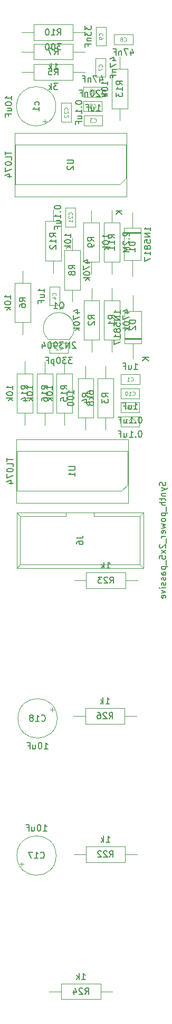
<source format=gbr>
%TF.GenerationSoftware,KiCad,Pcbnew,(5.1.9)-1*%
%TF.CreationDate,2021-09-21T18:31:50+01:00*%
%TF.ProjectId,Kosmo Noise,4b6f736d-6f20-44e6-9f69-73652e6b6963,rev?*%
%TF.SameCoordinates,Original*%
%TF.FileFunction,Other,Fab,Bot*%
%FSLAX46Y46*%
G04 Gerber Fmt 4.6, Leading zero omitted, Abs format (unit mm)*
G04 Created by KiCad (PCBNEW (5.1.9)-1) date 2021-09-21 18:31:50*
%MOMM*%
%LPD*%
G01*
G04 APERTURE LIST*
%ADD10C,0.100000*%
%ADD11C,0.150000*%
%ADD12C,0.090000*%
G04 APERTURE END LIST*
D10*
%TO.C,C1*%
X35564000Y-63665000D02*
X35564000Y-62065000D01*
X35564000Y-62065000D02*
X38564000Y-62065000D01*
X38564000Y-62065000D02*
X38564000Y-63665000D01*
X38564000Y-63665000D02*
X35564000Y-63665000D01*
%TO.C,c1*%
X23659500Y-21639472D02*
X23029500Y-21639472D01*
X23344500Y-21954472D02*
X23344500Y-21324472D01*
X25121000Y-19260500D02*
G75*
G03*
X25121000Y-19260500I-3150000J0D01*
G01*
%TO.C,C2*%
X24110500Y-57048500D02*
X27110500Y-57048500D01*
X24110500Y-58648500D02*
X24110500Y-57048500D01*
X27110500Y-58648500D02*
X24110500Y-58648500D01*
X27110500Y-57048500D02*
X27110500Y-58648500D01*
%TO.C,C3*%
X29595000Y-22326500D02*
X29595000Y-20726500D01*
X29595000Y-20726500D02*
X32595000Y-20726500D01*
X32595000Y-20726500D02*
X32595000Y-22326500D01*
X32595000Y-22326500D02*
X29595000Y-22326500D01*
%TO.C,C4*%
X25692000Y-48050000D02*
X25692000Y-51050000D01*
X24092000Y-48050000D02*
X25692000Y-48050000D01*
X24092000Y-51050000D02*
X24092000Y-48050000D01*
X25692000Y-51050000D02*
X24092000Y-51050000D01*
%TO.C,C5*%
X32531500Y-20040500D02*
X29531500Y-20040500D01*
X32531500Y-18440500D02*
X32531500Y-20040500D01*
X29531500Y-18440500D02*
X32531500Y-18440500D01*
X29531500Y-20040500D02*
X29531500Y-18440500D01*
%TO.C,C6*%
X32531500Y-17754500D02*
X29531500Y-17754500D01*
X32531500Y-16154500D02*
X32531500Y-17754500D01*
X29531500Y-16154500D02*
X32531500Y-16154500D01*
X29531500Y-17754500D02*
X29531500Y-16154500D01*
%TO.C,C7*%
X31521500Y-11561000D02*
X33121500Y-11561000D01*
X33121500Y-11561000D02*
X33121500Y-14561000D01*
X33121500Y-14561000D02*
X31521500Y-14561000D01*
X31521500Y-14561000D02*
X31521500Y-11561000D01*
%TO.C,C8*%
X34461000Y-7772500D02*
X37461000Y-7772500D01*
X34461000Y-9372500D02*
X34461000Y-7772500D01*
X37461000Y-9372500D02*
X34461000Y-9372500D01*
X37461000Y-7772500D02*
X37461000Y-9372500D01*
%TO.C,C9*%
X33185000Y-9584500D02*
X31585000Y-9584500D01*
X31585000Y-9584500D02*
X31585000Y-6584500D01*
X31585000Y-6584500D02*
X33185000Y-6584500D01*
X33185000Y-6584500D02*
X33185000Y-9584500D01*
%TO.C,C10*%
X38540500Y-64351000D02*
X38540500Y-65951000D01*
X38540500Y-65951000D02*
X35540500Y-65951000D01*
X35540500Y-65951000D02*
X35540500Y-64351000D01*
X35540500Y-64351000D02*
X38540500Y-64351000D01*
%TO.C,C17*%
X19635528Y-140626500D02*
X19635528Y-139996500D01*
X19320528Y-140311500D02*
X19950528Y-140311500D01*
X25164500Y-138938000D02*
G75*
G03*
X25164500Y-138938000I-3150000J0D01*
G01*
%TO.C,C18*%
X25331500Y-117030500D02*
G75*
G03*
X25331500Y-117030500I-3150000J0D01*
G01*
X24875472Y-115657000D02*
X24245472Y-115657000D01*
X24560472Y-115342000D02*
X24560472Y-115972000D01*
%TO.C,C21*%
X28295500Y-35477000D02*
X28295500Y-38477000D01*
X26695500Y-35477000D02*
X28295500Y-35477000D01*
X26695500Y-38477000D02*
X26695500Y-35477000D01*
X28295500Y-38477000D02*
X26695500Y-38477000D01*
%TO.C,C22*%
X25997000Y-21736500D02*
X25997000Y-18736500D01*
X27597000Y-21736500D02*
X25997000Y-21736500D01*
X27597000Y-18736500D02*
X27597000Y-21736500D01*
X25997000Y-18736500D02*
X27597000Y-18736500D01*
%TO.C,C23*%
X38540500Y-68796000D02*
X38540500Y-70396000D01*
X38540500Y-70396000D02*
X35540500Y-70396000D01*
X35540500Y-70396000D02*
X35540500Y-68796000D01*
X35540500Y-68796000D02*
X38540500Y-68796000D01*
%TO.C,C24*%
X38540500Y-66573500D02*
X38540500Y-68173500D01*
X38540500Y-68173500D02*
X35540500Y-68173500D01*
X35540500Y-68173500D02*
X35540500Y-66573500D01*
X35540500Y-66573500D02*
X38540500Y-66573500D01*
%TO.C,D1*%
X36051500Y-38675000D02*
X38751500Y-38675000D01*
X38751500Y-38675000D02*
X38751500Y-43875000D01*
X38751500Y-43875000D02*
X36051500Y-43875000D01*
X36051500Y-43875000D02*
X36051500Y-38675000D01*
X37401500Y-36195000D02*
X37401500Y-38675000D01*
X37401500Y-46355000D02*
X37401500Y-43875000D01*
X36051500Y-39455000D02*
X38751500Y-39455000D01*
X36051500Y-39555000D02*
X38751500Y-39555000D01*
X36051500Y-39355000D02*
X38751500Y-39355000D01*
%TO.C,D2*%
X38815000Y-56466500D02*
X36115000Y-56466500D01*
X38815000Y-56266500D02*
X36115000Y-56266500D01*
X38815000Y-56366500D02*
X36115000Y-56366500D01*
X37465000Y-49466500D02*
X37465000Y-51946500D01*
X37465000Y-59626500D02*
X37465000Y-57146500D01*
X38815000Y-51946500D02*
X38815000Y-57146500D01*
X36115000Y-51946500D02*
X38815000Y-51946500D01*
X36115000Y-57146500D02*
X36115000Y-51946500D01*
X38815000Y-57146500D02*
X36115000Y-57146500D01*
%TO.C,J6*%
X39199500Y-84157500D02*
X38639500Y-84707500D01*
X18839500Y-84157500D02*
X19379500Y-84707500D01*
X39199500Y-93007500D02*
X38639500Y-92457500D01*
X18839500Y-93007500D02*
X19379500Y-92457500D01*
X38639500Y-92457500D02*
X38639500Y-84707500D01*
X39199500Y-93007500D02*
X39199500Y-84157500D01*
X19379500Y-92457500D02*
X19379500Y-84707500D01*
X18839500Y-93007500D02*
X18839500Y-84157500D01*
X31269500Y-84707500D02*
X31269500Y-84157500D01*
X26769500Y-84707500D02*
X26769500Y-84157500D01*
X31269500Y-84707500D02*
X38639500Y-84707500D01*
X19379500Y-84707500D02*
X26769500Y-84707500D01*
X18839500Y-84157500D02*
X39199500Y-84157500D01*
X19379500Y-92457500D02*
X38639500Y-92457500D01*
X18839500Y-93007500D02*
X39199500Y-93007500D01*
%TO.C,Q1*%
X27330500Y-56423500D02*
X23830500Y-56423500D01*
X23836875Y-56427125D02*
G75*
G02*
X25590500Y-52193500I1753625J1753625D01*
G01*
X27344125Y-56427125D02*
G75*
G03*
X25590500Y-52193500I-1753625J1753625D01*
G01*
%TO.C,R1*%
X32849500Y-50253500D02*
X35349500Y-50253500D01*
X35349500Y-50253500D02*
X35349500Y-56553500D01*
X35349500Y-56553500D02*
X32849500Y-56553500D01*
X32849500Y-56553500D02*
X32849500Y-50253500D01*
X34099500Y-48323500D02*
X34099500Y-50253500D01*
X34099500Y-58483500D02*
X34099500Y-56553500D01*
%TO.C,R2*%
X30861000Y-48323500D02*
X30861000Y-50253500D01*
X30861000Y-58483500D02*
X30861000Y-56553500D01*
X32111000Y-50253500D02*
X32111000Y-56553500D01*
X29611000Y-50253500D02*
X32111000Y-50253500D01*
X29611000Y-56553500D02*
X29611000Y-50253500D01*
X32111000Y-56553500D02*
X29611000Y-56553500D01*
%TO.C,R3*%
X33083500Y-60769500D02*
X33083500Y-62699500D01*
X33083500Y-70929500D02*
X33083500Y-68999500D01*
X34333500Y-62699500D02*
X34333500Y-68999500D01*
X31833500Y-62699500D02*
X34333500Y-62699500D01*
X31833500Y-68999500D02*
X31833500Y-62699500D01*
X34333500Y-68999500D02*
X31833500Y-68999500D01*
%TO.C,R4*%
X31158500Y-68999500D02*
X28658500Y-68999500D01*
X28658500Y-68999500D02*
X28658500Y-62699500D01*
X28658500Y-62699500D02*
X31158500Y-62699500D01*
X31158500Y-62699500D02*
X31158500Y-68999500D01*
X29908500Y-70929500D02*
X29908500Y-68999500D01*
X29908500Y-60769500D02*
X29908500Y-62699500D01*
%TO.C,R5*%
X19621500Y-13779500D02*
X21551500Y-13779500D01*
X29781500Y-13779500D02*
X27851500Y-13779500D01*
X21551500Y-12529500D02*
X27851500Y-12529500D01*
X21551500Y-15029500D02*
X21551500Y-12529500D01*
X27851500Y-15029500D02*
X21551500Y-15029500D01*
X27851500Y-12529500D02*
X27851500Y-15029500D01*
%TO.C,R6*%
X21062000Y-53759500D02*
X18562000Y-53759500D01*
X18562000Y-53759500D02*
X18562000Y-47459500D01*
X18562000Y-47459500D02*
X21062000Y-47459500D01*
X21062000Y-47459500D02*
X21062000Y-53759500D01*
X19812000Y-55689500D02*
X19812000Y-53759500D01*
X19812000Y-45529500D02*
X19812000Y-47459500D01*
%TO.C,R7*%
X19621500Y-10541000D02*
X21551500Y-10541000D01*
X29781500Y-10541000D02*
X27851500Y-10541000D01*
X21551500Y-9291000D02*
X27851500Y-9291000D01*
X21551500Y-11791000D02*
X21551500Y-9291000D01*
X27851500Y-11791000D02*
X21551500Y-11791000D01*
X27851500Y-9291000D02*
X27851500Y-11791000D01*
%TO.C,R8*%
X27749500Y-50482500D02*
X27749500Y-48552500D01*
X27749500Y-40322500D02*
X27749500Y-42252500D01*
X26499500Y-48552500D02*
X26499500Y-42252500D01*
X28999500Y-48552500D02*
X26499500Y-48552500D01*
X28999500Y-42252500D02*
X28999500Y-48552500D01*
X26499500Y-42252500D02*
X28999500Y-42252500D01*
%TO.C,R9*%
X29547500Y-37807500D02*
X32047500Y-37807500D01*
X32047500Y-37807500D02*
X32047500Y-44107500D01*
X32047500Y-44107500D02*
X29547500Y-44107500D01*
X29547500Y-44107500D02*
X29547500Y-37807500D01*
X30797500Y-35877500D02*
X30797500Y-37807500D01*
X30797500Y-46037500D02*
X30797500Y-44107500D01*
%TO.C,R10*%
X27851500Y-6179500D02*
X27851500Y-8679500D01*
X27851500Y-8679500D02*
X21551500Y-8679500D01*
X21551500Y-8679500D02*
X21551500Y-6179500D01*
X21551500Y-6179500D02*
X27851500Y-6179500D01*
X29781500Y-7429500D02*
X27851500Y-7429500D01*
X19621500Y-7429500D02*
X21551500Y-7429500D01*
%TO.C,R11*%
X34099500Y-46037500D02*
X34099500Y-44107500D01*
X34099500Y-35877500D02*
X34099500Y-37807500D01*
X32849500Y-44107500D02*
X32849500Y-37807500D01*
X35349500Y-44107500D02*
X32849500Y-44107500D01*
X35349500Y-37807500D02*
X35349500Y-44107500D01*
X32849500Y-37807500D02*
X35349500Y-37807500D01*
%TO.C,R12*%
X23451500Y-37617000D02*
X25951500Y-37617000D01*
X25951500Y-37617000D02*
X25951500Y-43917000D01*
X25951500Y-43917000D02*
X23451500Y-43917000D01*
X23451500Y-43917000D02*
X23451500Y-37617000D01*
X24701500Y-35687000D02*
X24701500Y-37617000D01*
X24701500Y-45847000D02*
X24701500Y-43917000D01*
%TO.C,R13*%
X35369500Y-11366500D02*
X35369500Y-13296500D01*
X35369500Y-21526500D02*
X35369500Y-19596500D01*
X36619500Y-13296500D02*
X36619500Y-19596500D01*
X34119500Y-13296500D02*
X36619500Y-13296500D01*
X34119500Y-19596500D02*
X34119500Y-13296500D01*
X36619500Y-19596500D02*
X34119500Y-19596500D01*
%TO.C,R14*%
X21379500Y-68237500D02*
X18879500Y-68237500D01*
X18879500Y-68237500D02*
X18879500Y-61937500D01*
X18879500Y-61937500D02*
X21379500Y-61937500D01*
X21379500Y-61937500D02*
X21379500Y-68237500D01*
X20129500Y-70167500D02*
X20129500Y-68237500D01*
X20129500Y-60007500D02*
X20129500Y-61937500D01*
%TO.C,R15*%
X26479500Y-60007500D02*
X26479500Y-61937500D01*
X26479500Y-70167500D02*
X26479500Y-68237500D01*
X27729500Y-61937500D02*
X27729500Y-68237500D01*
X25229500Y-61937500D02*
X27729500Y-61937500D01*
X25229500Y-68237500D02*
X25229500Y-61937500D01*
X27729500Y-68237500D02*
X25229500Y-68237500D01*
%TO.C,R16*%
X24618000Y-68237500D02*
X22118000Y-68237500D01*
X22118000Y-68237500D02*
X22118000Y-61937500D01*
X22118000Y-61937500D02*
X24618000Y-61937500D01*
X24618000Y-61937500D02*
X24618000Y-68237500D01*
X23368000Y-70167500D02*
X23368000Y-68237500D01*
X23368000Y-60007500D02*
X23368000Y-61937500D01*
%TO.C,R22*%
X29933500Y-139997500D02*
X29933500Y-137497500D01*
X29933500Y-137497500D02*
X36233500Y-137497500D01*
X36233500Y-137497500D02*
X36233500Y-139997500D01*
X36233500Y-139997500D02*
X29933500Y-139997500D01*
X28003500Y-138747500D02*
X29933500Y-138747500D01*
X38163500Y-138747500D02*
X36233500Y-138747500D01*
%TO.C,R23*%
X38227000Y-94996000D02*
X36297000Y-94996000D01*
X28067000Y-94996000D02*
X29997000Y-94996000D01*
X36297000Y-96246000D02*
X29997000Y-96246000D01*
X36297000Y-93746000D02*
X36297000Y-96246000D01*
X29997000Y-93746000D02*
X36297000Y-93746000D01*
X29997000Y-96246000D02*
X29997000Y-93746000D01*
%TO.C,R24*%
X34226500Y-160655000D02*
X32296500Y-160655000D01*
X24066500Y-160655000D02*
X25996500Y-160655000D01*
X32296500Y-161905000D02*
X25996500Y-161905000D01*
X32296500Y-159405000D02*
X32296500Y-161905000D01*
X25996500Y-159405000D02*
X32296500Y-159405000D01*
X25996500Y-161905000D02*
X25996500Y-159405000D01*
%TO.C,R26*%
X29870000Y-117899500D02*
X29870000Y-115399500D01*
X29870000Y-115399500D02*
X36170000Y-115399500D01*
X36170000Y-115399500D02*
X36170000Y-117899500D01*
X36170000Y-117899500D02*
X29870000Y-117899500D01*
X27940000Y-116649500D02*
X29870000Y-116649500D01*
X38100000Y-116649500D02*
X36170000Y-116649500D01*
%TO.C,U1*%
X36639500Y-79708500D02*
X36639500Y-74358500D01*
X36639500Y-74358500D02*
X18859500Y-74358500D01*
X18859500Y-74358500D02*
X18859500Y-80708500D01*
X18859500Y-80708500D02*
X35639500Y-80708500D01*
X35639500Y-80708500D02*
X36639500Y-79708500D01*
X36699500Y-82613500D02*
X18799500Y-82613500D01*
X18799500Y-82613500D02*
X18799500Y-72453500D01*
X18799500Y-72453500D02*
X36699500Y-72453500D01*
X36699500Y-72453500D02*
X36699500Y-82613500D01*
%TO.C,U2*%
X36445500Y-23495000D02*
X36445500Y-33655000D01*
X18545500Y-23495000D02*
X36445500Y-23495000D01*
X18545500Y-33655000D02*
X18545500Y-23495000D01*
X36445500Y-33655000D02*
X18545500Y-33655000D01*
X35385500Y-31750000D02*
X36385500Y-30750000D01*
X18605500Y-31750000D02*
X35385500Y-31750000D01*
X18605500Y-25400000D02*
X18605500Y-31750000D01*
X36385500Y-25400000D02*
X18605500Y-25400000D01*
X36385500Y-30750000D02*
X36385500Y-25400000D01*
%TD*%
%TO.C,C1*%
D11*
X37659238Y-61267380D02*
X38230666Y-61267380D01*
X37944952Y-61267380D02*
X37944952Y-60267380D01*
X38040190Y-60410238D01*
X38135428Y-60505476D01*
X38230666Y-60553095D01*
X36802095Y-60600714D02*
X36802095Y-61267380D01*
X37230666Y-60600714D02*
X37230666Y-61124523D01*
X37183047Y-61219761D01*
X37087809Y-61267380D01*
X36944952Y-61267380D01*
X36849714Y-61219761D01*
X36802095Y-61172142D01*
X35992571Y-60743571D02*
X36325904Y-60743571D01*
X36325904Y-61267380D02*
X36325904Y-60267380D01*
X35849714Y-60267380D01*
D12*
X37164000Y-63079285D02*
X37192571Y-63107857D01*
X37278285Y-63136428D01*
X37335428Y-63136428D01*
X37421142Y-63107857D01*
X37478285Y-63050714D01*
X37506857Y-62993571D01*
X37535428Y-62879285D01*
X37535428Y-62793571D01*
X37506857Y-62679285D01*
X37478285Y-62622142D01*
X37421142Y-62565000D01*
X37335428Y-62536428D01*
X37278285Y-62536428D01*
X37192571Y-62565000D01*
X37164000Y-62593571D01*
X36592571Y-63136428D02*
X36935428Y-63136428D01*
X36764000Y-63136428D02*
X36764000Y-62536428D01*
X36821142Y-62622142D01*
X36878285Y-62679285D01*
X36935428Y-62707857D01*
%TO.C,c1*%
D11*
X18023380Y-18189071D02*
X18023380Y-17617642D01*
X18023380Y-17903357D02*
X17023380Y-17903357D01*
X17166238Y-17808119D01*
X17261476Y-17712880D01*
X17309095Y-17617642D01*
X17023380Y-18808119D02*
X17023380Y-18903357D01*
X17071000Y-18998595D01*
X17118619Y-19046214D01*
X17213857Y-19093833D01*
X17404333Y-19141452D01*
X17642428Y-19141452D01*
X17832904Y-19093833D01*
X17928142Y-19046214D01*
X17975761Y-18998595D01*
X18023380Y-18903357D01*
X18023380Y-18808119D01*
X17975761Y-18712880D01*
X17928142Y-18665261D01*
X17832904Y-18617642D01*
X17642428Y-18570023D01*
X17404333Y-18570023D01*
X17213857Y-18617642D01*
X17118619Y-18665261D01*
X17071000Y-18712880D01*
X17023380Y-18808119D01*
X17356714Y-19998595D02*
X18023380Y-19998595D01*
X17356714Y-19570023D02*
X17880523Y-19570023D01*
X17975761Y-19617642D01*
X18023380Y-19712880D01*
X18023380Y-19855738D01*
X17975761Y-19950976D01*
X17928142Y-19998595D01*
X17499571Y-20808119D02*
X17499571Y-20474785D01*
X18023380Y-20474785D02*
X17023380Y-20474785D01*
X17023380Y-20950976D01*
X22375761Y-19022404D02*
X22423380Y-18927166D01*
X22423380Y-18736690D01*
X22375761Y-18641452D01*
X22328142Y-18593833D01*
X22232904Y-18546214D01*
X21947190Y-18546214D01*
X21851952Y-18593833D01*
X21804333Y-18641452D01*
X21756714Y-18736690D01*
X21756714Y-18927166D01*
X21804333Y-19022404D01*
X22423380Y-19974785D02*
X22423380Y-19403357D01*
X22423380Y-19689071D02*
X21423380Y-19689071D01*
X21566238Y-19593833D01*
X21661476Y-19498595D01*
X21709095Y-19403357D01*
%TO.C,C2*%
X27777166Y-59350880D02*
X27158119Y-59350880D01*
X27491452Y-59731833D01*
X27348595Y-59731833D01*
X27253357Y-59779452D01*
X27205738Y-59827071D01*
X27158119Y-59922309D01*
X27158119Y-60160404D01*
X27205738Y-60255642D01*
X27253357Y-60303261D01*
X27348595Y-60350880D01*
X27634309Y-60350880D01*
X27729547Y-60303261D01*
X27777166Y-60255642D01*
X26824785Y-59350880D02*
X26205738Y-59350880D01*
X26539071Y-59731833D01*
X26396214Y-59731833D01*
X26300976Y-59779452D01*
X26253357Y-59827071D01*
X26205738Y-59922309D01*
X26205738Y-60160404D01*
X26253357Y-60255642D01*
X26300976Y-60303261D01*
X26396214Y-60350880D01*
X26681928Y-60350880D01*
X26777166Y-60303261D01*
X26824785Y-60255642D01*
X25586690Y-59350880D02*
X25491452Y-59350880D01*
X25396214Y-59398500D01*
X25348595Y-59446119D01*
X25300976Y-59541357D01*
X25253357Y-59731833D01*
X25253357Y-59969928D01*
X25300976Y-60160404D01*
X25348595Y-60255642D01*
X25396214Y-60303261D01*
X25491452Y-60350880D01*
X25586690Y-60350880D01*
X25681928Y-60303261D01*
X25729547Y-60255642D01*
X25777166Y-60160404D01*
X25824785Y-59969928D01*
X25824785Y-59731833D01*
X25777166Y-59541357D01*
X25729547Y-59446119D01*
X25681928Y-59398500D01*
X25586690Y-59350880D01*
X24824785Y-59684214D02*
X24824785Y-60684214D01*
X24824785Y-59731833D02*
X24729547Y-59684214D01*
X24539071Y-59684214D01*
X24443833Y-59731833D01*
X24396214Y-59779452D01*
X24348595Y-59874690D01*
X24348595Y-60160404D01*
X24396214Y-60255642D01*
X24443833Y-60303261D01*
X24539071Y-60350880D01*
X24729547Y-60350880D01*
X24824785Y-60303261D01*
X23586690Y-59827071D02*
X23920023Y-59827071D01*
X23920023Y-60350880D02*
X23920023Y-59350880D01*
X23443833Y-59350880D01*
D12*
X25710500Y-58062785D02*
X25739071Y-58091357D01*
X25824785Y-58119928D01*
X25881928Y-58119928D01*
X25967642Y-58091357D01*
X26024785Y-58034214D01*
X26053357Y-57977071D01*
X26081928Y-57862785D01*
X26081928Y-57777071D01*
X26053357Y-57662785D01*
X26024785Y-57605642D01*
X25967642Y-57548500D01*
X25881928Y-57519928D01*
X25824785Y-57519928D01*
X25739071Y-57548500D01*
X25710500Y-57577071D01*
X25481928Y-57577071D02*
X25453357Y-57548500D01*
X25396214Y-57519928D01*
X25253357Y-57519928D01*
X25196214Y-57548500D01*
X25167642Y-57577071D01*
X25139071Y-57634214D01*
X25139071Y-57691357D01*
X25167642Y-57777071D01*
X25510500Y-58119928D01*
X25139071Y-58119928D01*
%TO.C,C3*%
D11*
X31690238Y-19928880D02*
X32261666Y-19928880D01*
X31975952Y-19928880D02*
X31975952Y-18928880D01*
X32071190Y-19071738D01*
X32166428Y-19166976D01*
X32261666Y-19214595D01*
X30833095Y-19262214D02*
X30833095Y-19928880D01*
X31261666Y-19262214D02*
X31261666Y-19786023D01*
X31214047Y-19881261D01*
X31118809Y-19928880D01*
X30975952Y-19928880D01*
X30880714Y-19881261D01*
X30833095Y-19833642D01*
X30023571Y-19405071D02*
X30356904Y-19405071D01*
X30356904Y-19928880D02*
X30356904Y-18928880D01*
X29880714Y-18928880D01*
D12*
X31195000Y-21740785D02*
X31223571Y-21769357D01*
X31309285Y-21797928D01*
X31366428Y-21797928D01*
X31452142Y-21769357D01*
X31509285Y-21712214D01*
X31537857Y-21655071D01*
X31566428Y-21540785D01*
X31566428Y-21455071D01*
X31537857Y-21340785D01*
X31509285Y-21283642D01*
X31452142Y-21226500D01*
X31366428Y-21197928D01*
X31309285Y-21197928D01*
X31223571Y-21226500D01*
X31195000Y-21255071D01*
X30995000Y-21197928D02*
X30623571Y-21197928D01*
X30823571Y-21426500D01*
X30737857Y-21426500D01*
X30680714Y-21455071D01*
X30652142Y-21483642D01*
X30623571Y-21540785D01*
X30623571Y-21683642D01*
X30652142Y-21740785D01*
X30680714Y-21769357D01*
X30737857Y-21797928D01*
X30909285Y-21797928D01*
X30966428Y-21769357D01*
X30995000Y-21740785D01*
%TO.C,C4*%
D11*
X23294380Y-48954761D02*
X23294380Y-48383333D01*
X23294380Y-48669047D02*
X22294380Y-48669047D01*
X22437238Y-48573809D01*
X22532476Y-48478571D01*
X22580095Y-48383333D01*
X22627714Y-49811904D02*
X23294380Y-49811904D01*
X22627714Y-49383333D02*
X23151523Y-49383333D01*
X23246761Y-49430952D01*
X23294380Y-49526190D01*
X23294380Y-49669047D01*
X23246761Y-49764285D01*
X23199142Y-49811904D01*
X22770571Y-50621428D02*
X22770571Y-50288095D01*
X23294380Y-50288095D02*
X22294380Y-50288095D01*
X22294380Y-50764285D01*
D12*
X25106285Y-49450000D02*
X25134857Y-49421428D01*
X25163428Y-49335714D01*
X25163428Y-49278571D01*
X25134857Y-49192857D01*
X25077714Y-49135714D01*
X25020571Y-49107142D01*
X24906285Y-49078571D01*
X24820571Y-49078571D01*
X24706285Y-49107142D01*
X24649142Y-49135714D01*
X24592000Y-49192857D01*
X24563428Y-49278571D01*
X24563428Y-49335714D01*
X24592000Y-49421428D01*
X24620571Y-49450000D01*
X24763428Y-49964285D02*
X25163428Y-49964285D01*
X24534857Y-49821428D02*
X24963428Y-49678571D01*
X24963428Y-50050000D01*
%TO.C,C5*%
D11*
X33150547Y-16738119D02*
X33102928Y-16690500D01*
X33007690Y-16642880D01*
X32769595Y-16642880D01*
X32674357Y-16690500D01*
X32626738Y-16738119D01*
X32579119Y-16833357D01*
X32579119Y-16928595D01*
X32626738Y-17071452D01*
X33198166Y-17642880D01*
X32579119Y-17642880D01*
X32198166Y-16738119D02*
X32150547Y-16690500D01*
X32055309Y-16642880D01*
X31817214Y-16642880D01*
X31721976Y-16690500D01*
X31674357Y-16738119D01*
X31626738Y-16833357D01*
X31626738Y-16928595D01*
X31674357Y-17071452D01*
X32245785Y-17642880D01*
X31626738Y-17642880D01*
X31007690Y-16642880D02*
X30912452Y-16642880D01*
X30817214Y-16690500D01*
X30769595Y-16738119D01*
X30721976Y-16833357D01*
X30674357Y-17023833D01*
X30674357Y-17261928D01*
X30721976Y-17452404D01*
X30769595Y-17547642D01*
X30817214Y-17595261D01*
X30912452Y-17642880D01*
X31007690Y-17642880D01*
X31102928Y-17595261D01*
X31150547Y-17547642D01*
X31198166Y-17452404D01*
X31245785Y-17261928D01*
X31245785Y-17023833D01*
X31198166Y-16833357D01*
X31150547Y-16738119D01*
X31102928Y-16690500D01*
X31007690Y-16642880D01*
X30245785Y-16976214D02*
X30245785Y-17642880D01*
X30245785Y-17071452D02*
X30198166Y-17023833D01*
X30102928Y-16976214D01*
X29960071Y-16976214D01*
X29864833Y-17023833D01*
X29817214Y-17119071D01*
X29817214Y-17642880D01*
X29007690Y-17119071D02*
X29341023Y-17119071D01*
X29341023Y-17642880D02*
X29341023Y-16642880D01*
X28864833Y-16642880D01*
D12*
X31131500Y-19454785D02*
X31160071Y-19483357D01*
X31245785Y-19511928D01*
X31302928Y-19511928D01*
X31388642Y-19483357D01*
X31445785Y-19426214D01*
X31474357Y-19369071D01*
X31502928Y-19254785D01*
X31502928Y-19169071D01*
X31474357Y-19054785D01*
X31445785Y-18997642D01*
X31388642Y-18940500D01*
X31302928Y-18911928D01*
X31245785Y-18911928D01*
X31160071Y-18940500D01*
X31131500Y-18969071D01*
X30588642Y-18911928D02*
X30874357Y-18911928D01*
X30902928Y-19197642D01*
X30874357Y-19169071D01*
X30817214Y-19140500D01*
X30674357Y-19140500D01*
X30617214Y-19169071D01*
X30588642Y-19197642D01*
X30560071Y-19254785D01*
X30560071Y-19397642D01*
X30588642Y-19454785D01*
X30617214Y-19483357D01*
X30674357Y-19511928D01*
X30817214Y-19511928D01*
X30874357Y-19483357D01*
X30902928Y-19454785D01*
%TO.C,C6*%
D11*
X32198166Y-14690214D02*
X32198166Y-15356880D01*
X32436261Y-14309261D02*
X32674357Y-15023547D01*
X32055309Y-15023547D01*
X31769595Y-14356880D02*
X31102928Y-14356880D01*
X31531500Y-15356880D01*
X30721976Y-14690214D02*
X30721976Y-15356880D01*
X30721976Y-14785452D02*
X30674357Y-14737833D01*
X30579119Y-14690214D01*
X30436261Y-14690214D01*
X30341023Y-14737833D01*
X30293404Y-14833071D01*
X30293404Y-15356880D01*
X29483880Y-14833071D02*
X29817214Y-14833071D01*
X29817214Y-15356880D02*
X29817214Y-14356880D01*
X29341023Y-14356880D01*
D12*
X31131500Y-17168785D02*
X31160071Y-17197357D01*
X31245785Y-17225928D01*
X31302928Y-17225928D01*
X31388642Y-17197357D01*
X31445785Y-17140214D01*
X31474357Y-17083071D01*
X31502928Y-16968785D01*
X31502928Y-16883071D01*
X31474357Y-16768785D01*
X31445785Y-16711642D01*
X31388642Y-16654500D01*
X31302928Y-16625928D01*
X31245785Y-16625928D01*
X31160071Y-16654500D01*
X31131500Y-16683071D01*
X30617214Y-16625928D02*
X30731500Y-16625928D01*
X30788642Y-16654500D01*
X30817214Y-16683071D01*
X30874357Y-16768785D01*
X30902928Y-16883071D01*
X30902928Y-17111642D01*
X30874357Y-17168785D01*
X30845785Y-17197357D01*
X30788642Y-17225928D01*
X30674357Y-17225928D01*
X30617214Y-17197357D01*
X30588642Y-17168785D01*
X30560071Y-17111642D01*
X30560071Y-16968785D01*
X30588642Y-16911642D01*
X30617214Y-16883071D01*
X30674357Y-16854500D01*
X30788642Y-16854500D01*
X30845785Y-16883071D01*
X30874357Y-16911642D01*
X30902928Y-16968785D01*
%TO.C,C7*%
D11*
X34157214Y-11894333D02*
X34823880Y-11894333D01*
X33776261Y-11656238D02*
X34490547Y-11418142D01*
X34490547Y-12037190D01*
X33823880Y-12322904D02*
X33823880Y-12989571D01*
X34823880Y-12561000D01*
X34157214Y-13370523D02*
X34823880Y-13370523D01*
X34252452Y-13370523D02*
X34204833Y-13418142D01*
X34157214Y-13513380D01*
X34157214Y-13656238D01*
X34204833Y-13751476D01*
X34300071Y-13799095D01*
X34823880Y-13799095D01*
X34300071Y-14608619D02*
X34300071Y-14275285D01*
X34823880Y-14275285D02*
X33823880Y-14275285D01*
X33823880Y-14751476D01*
D12*
X32535785Y-12961000D02*
X32564357Y-12932428D01*
X32592928Y-12846714D01*
X32592928Y-12789571D01*
X32564357Y-12703857D01*
X32507214Y-12646714D01*
X32450071Y-12618142D01*
X32335785Y-12589571D01*
X32250071Y-12589571D01*
X32135785Y-12618142D01*
X32078642Y-12646714D01*
X32021500Y-12703857D01*
X31992928Y-12789571D01*
X31992928Y-12846714D01*
X32021500Y-12932428D01*
X32050071Y-12961000D01*
X31992928Y-13161000D02*
X31992928Y-13561000D01*
X32592928Y-13303857D01*
%TO.C,C8*%
D11*
X37127666Y-10408214D02*
X37127666Y-11074880D01*
X37365761Y-10027261D02*
X37603857Y-10741547D01*
X36984809Y-10741547D01*
X36699095Y-10074880D02*
X36032428Y-10074880D01*
X36461000Y-11074880D01*
X35651476Y-10408214D02*
X35651476Y-11074880D01*
X35651476Y-10503452D02*
X35603857Y-10455833D01*
X35508619Y-10408214D01*
X35365761Y-10408214D01*
X35270523Y-10455833D01*
X35222904Y-10551071D01*
X35222904Y-11074880D01*
X34413380Y-10551071D02*
X34746714Y-10551071D01*
X34746714Y-11074880D02*
X34746714Y-10074880D01*
X34270523Y-10074880D01*
D12*
X36061000Y-8786785D02*
X36089571Y-8815357D01*
X36175285Y-8843928D01*
X36232428Y-8843928D01*
X36318142Y-8815357D01*
X36375285Y-8758214D01*
X36403857Y-8701071D01*
X36432428Y-8586785D01*
X36432428Y-8501071D01*
X36403857Y-8386785D01*
X36375285Y-8329642D01*
X36318142Y-8272500D01*
X36232428Y-8243928D01*
X36175285Y-8243928D01*
X36089571Y-8272500D01*
X36061000Y-8301071D01*
X35718142Y-8501071D02*
X35775285Y-8472500D01*
X35803857Y-8443928D01*
X35832428Y-8386785D01*
X35832428Y-8358214D01*
X35803857Y-8301071D01*
X35775285Y-8272500D01*
X35718142Y-8243928D01*
X35603857Y-8243928D01*
X35546714Y-8272500D01*
X35518142Y-8301071D01*
X35489571Y-8358214D01*
X35489571Y-8386785D01*
X35518142Y-8443928D01*
X35546714Y-8472500D01*
X35603857Y-8501071D01*
X35718142Y-8501071D01*
X35775285Y-8529642D01*
X35803857Y-8558214D01*
X35832428Y-8615357D01*
X35832428Y-8729642D01*
X35803857Y-8786785D01*
X35775285Y-8815357D01*
X35718142Y-8843928D01*
X35603857Y-8843928D01*
X35546714Y-8815357D01*
X35518142Y-8786785D01*
X35489571Y-8729642D01*
X35489571Y-8615357D01*
X35518142Y-8558214D01*
X35546714Y-8529642D01*
X35603857Y-8501071D01*
%TO.C,C9*%
D11*
X29787380Y-6394023D02*
X29787380Y-7013071D01*
X30168333Y-6679738D01*
X30168333Y-6822595D01*
X30215952Y-6917833D01*
X30263571Y-6965452D01*
X30358809Y-7013071D01*
X30596904Y-7013071D01*
X30692142Y-6965452D01*
X30739761Y-6917833D01*
X30787380Y-6822595D01*
X30787380Y-6536880D01*
X30739761Y-6441642D01*
X30692142Y-6394023D01*
X29787380Y-7346404D02*
X29787380Y-7965452D01*
X30168333Y-7632119D01*
X30168333Y-7774976D01*
X30215952Y-7870214D01*
X30263571Y-7917833D01*
X30358809Y-7965452D01*
X30596904Y-7965452D01*
X30692142Y-7917833D01*
X30739761Y-7870214D01*
X30787380Y-7774976D01*
X30787380Y-7489261D01*
X30739761Y-7394023D01*
X30692142Y-7346404D01*
X30120714Y-8394023D02*
X30787380Y-8394023D01*
X30215952Y-8394023D02*
X30168333Y-8441642D01*
X30120714Y-8536880D01*
X30120714Y-8679738D01*
X30168333Y-8774976D01*
X30263571Y-8822595D01*
X30787380Y-8822595D01*
X30263571Y-9632119D02*
X30263571Y-9298785D01*
X30787380Y-9298785D02*
X29787380Y-9298785D01*
X29787380Y-9774976D01*
D12*
X32599285Y-7984500D02*
X32627857Y-7955928D01*
X32656428Y-7870214D01*
X32656428Y-7813071D01*
X32627857Y-7727357D01*
X32570714Y-7670214D01*
X32513571Y-7641642D01*
X32399285Y-7613071D01*
X32313571Y-7613071D01*
X32199285Y-7641642D01*
X32142142Y-7670214D01*
X32085000Y-7727357D01*
X32056428Y-7813071D01*
X32056428Y-7870214D01*
X32085000Y-7955928D01*
X32113571Y-7984500D01*
X32656428Y-8270214D02*
X32656428Y-8384500D01*
X32627857Y-8441642D01*
X32599285Y-8470214D01*
X32513571Y-8527357D01*
X32399285Y-8555928D01*
X32170714Y-8555928D01*
X32113571Y-8527357D01*
X32085000Y-8498785D01*
X32056428Y-8441642D01*
X32056428Y-8327357D01*
X32085000Y-8270214D01*
X32113571Y-8241642D01*
X32170714Y-8213071D01*
X32313571Y-8213071D01*
X32370714Y-8241642D01*
X32399285Y-8270214D01*
X32427857Y-8327357D01*
X32427857Y-8441642D01*
X32399285Y-8498785D01*
X32370714Y-8527357D01*
X32313571Y-8555928D01*
%TO.C,C10*%
D11*
X37635738Y-67653380D02*
X38207166Y-67653380D01*
X37921452Y-67653380D02*
X37921452Y-66653380D01*
X38016690Y-66796238D01*
X38111928Y-66891476D01*
X38207166Y-66939095D01*
X36778595Y-66986714D02*
X36778595Y-67653380D01*
X37207166Y-66986714D02*
X37207166Y-67510523D01*
X37159547Y-67605761D01*
X37064309Y-67653380D01*
X36921452Y-67653380D01*
X36826214Y-67605761D01*
X36778595Y-67558142D01*
X35969071Y-67129571D02*
X36302404Y-67129571D01*
X36302404Y-67653380D02*
X36302404Y-66653380D01*
X35826214Y-66653380D01*
D12*
X37426214Y-65365285D02*
X37454785Y-65393857D01*
X37540500Y-65422428D01*
X37597642Y-65422428D01*
X37683357Y-65393857D01*
X37740500Y-65336714D01*
X37769071Y-65279571D01*
X37797642Y-65165285D01*
X37797642Y-65079571D01*
X37769071Y-64965285D01*
X37740500Y-64908142D01*
X37683357Y-64851000D01*
X37597642Y-64822428D01*
X37540500Y-64822428D01*
X37454785Y-64851000D01*
X37426214Y-64879571D01*
X36854785Y-65422428D02*
X37197642Y-65422428D01*
X37026214Y-65422428D02*
X37026214Y-64822428D01*
X37083357Y-64908142D01*
X37140500Y-64965285D01*
X37197642Y-64993857D01*
X36483357Y-64822428D02*
X36426214Y-64822428D01*
X36369071Y-64851000D01*
X36340500Y-64879571D01*
X36311928Y-64936714D01*
X36283357Y-65051000D01*
X36283357Y-65193857D01*
X36311928Y-65308142D01*
X36340500Y-65365285D01*
X36369071Y-65393857D01*
X36426214Y-65422428D01*
X36483357Y-65422428D01*
X36540500Y-65393857D01*
X36569071Y-65365285D01*
X36597642Y-65308142D01*
X36626214Y-65193857D01*
X36626214Y-65051000D01*
X36597642Y-64936714D01*
X36569071Y-64879571D01*
X36540500Y-64851000D01*
X36483357Y-64822428D01*
%TO.C,C17*%
D11*
X23085928Y-134990380D02*
X23657357Y-134990380D01*
X23371642Y-134990380D02*
X23371642Y-133990380D01*
X23466880Y-134133238D01*
X23562119Y-134228476D01*
X23657357Y-134276095D01*
X22466880Y-133990380D02*
X22371642Y-133990380D01*
X22276404Y-134038000D01*
X22228785Y-134085619D01*
X22181166Y-134180857D01*
X22133547Y-134371333D01*
X22133547Y-134609428D01*
X22181166Y-134799904D01*
X22228785Y-134895142D01*
X22276404Y-134942761D01*
X22371642Y-134990380D01*
X22466880Y-134990380D01*
X22562119Y-134942761D01*
X22609738Y-134895142D01*
X22657357Y-134799904D01*
X22704976Y-134609428D01*
X22704976Y-134371333D01*
X22657357Y-134180857D01*
X22609738Y-134085619D01*
X22562119Y-134038000D01*
X22466880Y-133990380D01*
X21276404Y-134323714D02*
X21276404Y-134990380D01*
X21704976Y-134323714D02*
X21704976Y-134847523D01*
X21657357Y-134942761D01*
X21562119Y-134990380D01*
X21419261Y-134990380D01*
X21324023Y-134942761D01*
X21276404Y-134895142D01*
X20466880Y-134466571D02*
X20800214Y-134466571D01*
X20800214Y-134990380D02*
X20800214Y-133990380D01*
X20324023Y-133990380D01*
X22657357Y-139295142D02*
X22704976Y-139342761D01*
X22847833Y-139390380D01*
X22943071Y-139390380D01*
X23085928Y-139342761D01*
X23181166Y-139247523D01*
X23228785Y-139152285D01*
X23276404Y-138961809D01*
X23276404Y-138818952D01*
X23228785Y-138628476D01*
X23181166Y-138533238D01*
X23085928Y-138438000D01*
X22943071Y-138390380D01*
X22847833Y-138390380D01*
X22704976Y-138438000D01*
X22657357Y-138485619D01*
X21704976Y-139390380D02*
X22276404Y-139390380D01*
X21990690Y-139390380D02*
X21990690Y-138390380D01*
X22085928Y-138533238D01*
X22181166Y-138628476D01*
X22276404Y-138676095D01*
X21371642Y-138390380D02*
X20704976Y-138390380D01*
X21133547Y-139390380D01*
%TO.C,C18*%
X23252928Y-121882880D02*
X23824357Y-121882880D01*
X23538642Y-121882880D02*
X23538642Y-120882880D01*
X23633880Y-121025738D01*
X23729119Y-121120976D01*
X23824357Y-121168595D01*
X22633880Y-120882880D02*
X22538642Y-120882880D01*
X22443404Y-120930500D01*
X22395785Y-120978119D01*
X22348166Y-121073357D01*
X22300547Y-121263833D01*
X22300547Y-121501928D01*
X22348166Y-121692404D01*
X22395785Y-121787642D01*
X22443404Y-121835261D01*
X22538642Y-121882880D01*
X22633880Y-121882880D01*
X22729119Y-121835261D01*
X22776738Y-121787642D01*
X22824357Y-121692404D01*
X22871976Y-121501928D01*
X22871976Y-121263833D01*
X22824357Y-121073357D01*
X22776738Y-120978119D01*
X22729119Y-120930500D01*
X22633880Y-120882880D01*
X21443404Y-121216214D02*
X21443404Y-121882880D01*
X21871976Y-121216214D02*
X21871976Y-121740023D01*
X21824357Y-121835261D01*
X21729119Y-121882880D01*
X21586261Y-121882880D01*
X21491023Y-121835261D01*
X21443404Y-121787642D01*
X20633880Y-121359071D02*
X20967214Y-121359071D01*
X20967214Y-121882880D02*
X20967214Y-120882880D01*
X20491023Y-120882880D01*
X22824357Y-117387642D02*
X22871976Y-117435261D01*
X23014833Y-117482880D01*
X23110071Y-117482880D01*
X23252928Y-117435261D01*
X23348166Y-117340023D01*
X23395785Y-117244785D01*
X23443404Y-117054309D01*
X23443404Y-116911452D01*
X23395785Y-116720976D01*
X23348166Y-116625738D01*
X23252928Y-116530500D01*
X23110071Y-116482880D01*
X23014833Y-116482880D01*
X22871976Y-116530500D01*
X22824357Y-116578119D01*
X21871976Y-117482880D02*
X22443404Y-117482880D01*
X22157690Y-117482880D02*
X22157690Y-116482880D01*
X22252928Y-116625738D01*
X22348166Y-116720976D01*
X22443404Y-116768595D01*
X21300547Y-116911452D02*
X21395785Y-116863833D01*
X21443404Y-116816214D01*
X21491023Y-116720976D01*
X21491023Y-116673357D01*
X21443404Y-116578119D01*
X21395785Y-116530500D01*
X21300547Y-116482880D01*
X21110071Y-116482880D01*
X21014833Y-116530500D01*
X20967214Y-116578119D01*
X20919595Y-116673357D01*
X20919595Y-116720976D01*
X20967214Y-116816214D01*
X21014833Y-116863833D01*
X21110071Y-116911452D01*
X21300547Y-116911452D01*
X21395785Y-116959071D01*
X21443404Y-117006690D01*
X21491023Y-117101928D01*
X21491023Y-117292404D01*
X21443404Y-117387642D01*
X21395785Y-117435261D01*
X21300547Y-117482880D01*
X21110071Y-117482880D01*
X21014833Y-117435261D01*
X20967214Y-117387642D01*
X20919595Y-117292404D01*
X20919595Y-117101928D01*
X20967214Y-117006690D01*
X21014833Y-116959071D01*
X21110071Y-116911452D01*
%TO.C,C21*%
X24897880Y-35334142D02*
X24897880Y-35429380D01*
X24945500Y-35524619D01*
X24993119Y-35572238D01*
X25088357Y-35619857D01*
X25278833Y-35667476D01*
X25516928Y-35667476D01*
X25707404Y-35619857D01*
X25802642Y-35572238D01*
X25850261Y-35524619D01*
X25897880Y-35429380D01*
X25897880Y-35334142D01*
X25850261Y-35238904D01*
X25802642Y-35191285D01*
X25707404Y-35143666D01*
X25516928Y-35096047D01*
X25278833Y-35096047D01*
X25088357Y-35143666D01*
X24993119Y-35191285D01*
X24945500Y-35238904D01*
X24897880Y-35334142D01*
X25802642Y-36096047D02*
X25850261Y-36143666D01*
X25897880Y-36096047D01*
X25850261Y-36048428D01*
X25802642Y-36096047D01*
X25897880Y-36096047D01*
X25897880Y-37096047D02*
X25897880Y-36524619D01*
X25897880Y-36810333D02*
X24897880Y-36810333D01*
X25040738Y-36715095D01*
X25135976Y-36619857D01*
X25183595Y-36524619D01*
X25231214Y-37953190D02*
X25897880Y-37953190D01*
X25231214Y-37524619D02*
X25755023Y-37524619D01*
X25850261Y-37572238D01*
X25897880Y-37667476D01*
X25897880Y-37810333D01*
X25850261Y-37905571D01*
X25802642Y-37953190D01*
X25374071Y-38762714D02*
X25374071Y-38429380D01*
X25897880Y-38429380D02*
X24897880Y-38429380D01*
X24897880Y-38905571D01*
D12*
X27709785Y-36591285D02*
X27738357Y-36562714D01*
X27766928Y-36477000D01*
X27766928Y-36419857D01*
X27738357Y-36334142D01*
X27681214Y-36277000D01*
X27624071Y-36248428D01*
X27509785Y-36219857D01*
X27424071Y-36219857D01*
X27309785Y-36248428D01*
X27252642Y-36277000D01*
X27195500Y-36334142D01*
X27166928Y-36419857D01*
X27166928Y-36477000D01*
X27195500Y-36562714D01*
X27224071Y-36591285D01*
X27224071Y-36819857D02*
X27195500Y-36848428D01*
X27166928Y-36905571D01*
X27166928Y-37048428D01*
X27195500Y-37105571D01*
X27224071Y-37134142D01*
X27281214Y-37162714D01*
X27338357Y-37162714D01*
X27424071Y-37134142D01*
X27766928Y-36791285D01*
X27766928Y-37162714D01*
X27766928Y-37734142D02*
X27766928Y-37391285D01*
X27766928Y-37562714D02*
X27166928Y-37562714D01*
X27252642Y-37505571D01*
X27309785Y-37448428D01*
X27338357Y-37391285D01*
%TO.C,C22*%
D11*
X28299380Y-18593642D02*
X28299380Y-18688880D01*
X28347000Y-18784119D01*
X28394619Y-18831738D01*
X28489857Y-18879357D01*
X28680333Y-18926976D01*
X28918428Y-18926976D01*
X29108904Y-18879357D01*
X29204142Y-18831738D01*
X29251761Y-18784119D01*
X29299380Y-18688880D01*
X29299380Y-18593642D01*
X29251761Y-18498404D01*
X29204142Y-18450785D01*
X29108904Y-18403166D01*
X28918428Y-18355547D01*
X28680333Y-18355547D01*
X28489857Y-18403166D01*
X28394619Y-18450785D01*
X28347000Y-18498404D01*
X28299380Y-18593642D01*
X29204142Y-19355547D02*
X29251761Y-19403166D01*
X29299380Y-19355547D01*
X29251761Y-19307928D01*
X29204142Y-19355547D01*
X29299380Y-19355547D01*
X29299380Y-20355547D02*
X29299380Y-19784119D01*
X29299380Y-20069833D02*
X28299380Y-20069833D01*
X28442238Y-19974595D01*
X28537476Y-19879357D01*
X28585095Y-19784119D01*
X28632714Y-21212690D02*
X29299380Y-21212690D01*
X28632714Y-20784119D02*
X29156523Y-20784119D01*
X29251761Y-20831738D01*
X29299380Y-20926976D01*
X29299380Y-21069833D01*
X29251761Y-21165071D01*
X29204142Y-21212690D01*
X28775571Y-22022214D02*
X28775571Y-21688880D01*
X29299380Y-21688880D02*
X28299380Y-21688880D01*
X28299380Y-22165071D01*
D12*
X27011285Y-19850785D02*
X27039857Y-19822214D01*
X27068428Y-19736500D01*
X27068428Y-19679357D01*
X27039857Y-19593642D01*
X26982714Y-19536500D01*
X26925571Y-19507928D01*
X26811285Y-19479357D01*
X26725571Y-19479357D01*
X26611285Y-19507928D01*
X26554142Y-19536500D01*
X26497000Y-19593642D01*
X26468428Y-19679357D01*
X26468428Y-19736500D01*
X26497000Y-19822214D01*
X26525571Y-19850785D01*
X26525571Y-20079357D02*
X26497000Y-20107928D01*
X26468428Y-20165071D01*
X26468428Y-20307928D01*
X26497000Y-20365071D01*
X26525571Y-20393642D01*
X26582714Y-20422214D01*
X26639857Y-20422214D01*
X26725571Y-20393642D01*
X27068428Y-20050785D01*
X27068428Y-20422214D01*
X26525571Y-20650785D02*
X26497000Y-20679357D01*
X26468428Y-20736500D01*
X26468428Y-20879357D01*
X26497000Y-20936500D01*
X26525571Y-20965071D01*
X26582714Y-20993642D01*
X26639857Y-20993642D01*
X26725571Y-20965071D01*
X27068428Y-20622214D01*
X27068428Y-20993642D01*
%TO.C,C23*%
D11*
X38683357Y-71098380D02*
X38588119Y-71098380D01*
X38492880Y-71146000D01*
X38445261Y-71193619D01*
X38397642Y-71288857D01*
X38350023Y-71479333D01*
X38350023Y-71717428D01*
X38397642Y-71907904D01*
X38445261Y-72003142D01*
X38492880Y-72050761D01*
X38588119Y-72098380D01*
X38683357Y-72098380D01*
X38778595Y-72050761D01*
X38826214Y-72003142D01*
X38873833Y-71907904D01*
X38921452Y-71717428D01*
X38921452Y-71479333D01*
X38873833Y-71288857D01*
X38826214Y-71193619D01*
X38778595Y-71146000D01*
X38683357Y-71098380D01*
X37921452Y-72003142D02*
X37873833Y-72050761D01*
X37921452Y-72098380D01*
X37969071Y-72050761D01*
X37921452Y-72003142D01*
X37921452Y-72098380D01*
X36921452Y-72098380D02*
X37492880Y-72098380D01*
X37207166Y-72098380D02*
X37207166Y-71098380D01*
X37302404Y-71241238D01*
X37397642Y-71336476D01*
X37492880Y-71384095D01*
X36064309Y-71431714D02*
X36064309Y-72098380D01*
X36492880Y-71431714D02*
X36492880Y-71955523D01*
X36445261Y-72050761D01*
X36350023Y-72098380D01*
X36207166Y-72098380D01*
X36111928Y-72050761D01*
X36064309Y-72003142D01*
X35254785Y-71574571D02*
X35588119Y-71574571D01*
X35588119Y-72098380D02*
X35588119Y-71098380D01*
X35111928Y-71098380D01*
D12*
X37426214Y-69810285D02*
X37454785Y-69838857D01*
X37540500Y-69867428D01*
X37597642Y-69867428D01*
X37683357Y-69838857D01*
X37740500Y-69781714D01*
X37769071Y-69724571D01*
X37797642Y-69610285D01*
X37797642Y-69524571D01*
X37769071Y-69410285D01*
X37740500Y-69353142D01*
X37683357Y-69296000D01*
X37597642Y-69267428D01*
X37540500Y-69267428D01*
X37454785Y-69296000D01*
X37426214Y-69324571D01*
X37197642Y-69324571D02*
X37169071Y-69296000D01*
X37111928Y-69267428D01*
X36969071Y-69267428D01*
X36911928Y-69296000D01*
X36883357Y-69324571D01*
X36854785Y-69381714D01*
X36854785Y-69438857D01*
X36883357Y-69524571D01*
X37226214Y-69867428D01*
X36854785Y-69867428D01*
X36654785Y-69267428D02*
X36283357Y-69267428D01*
X36483357Y-69496000D01*
X36397642Y-69496000D01*
X36340500Y-69524571D01*
X36311928Y-69553142D01*
X36283357Y-69610285D01*
X36283357Y-69753142D01*
X36311928Y-69810285D01*
X36340500Y-69838857D01*
X36397642Y-69867428D01*
X36569071Y-69867428D01*
X36626214Y-69838857D01*
X36654785Y-69810285D01*
%TO.C,C24*%
D11*
X38683357Y-68875880D02*
X38588119Y-68875880D01*
X38492880Y-68923500D01*
X38445261Y-68971119D01*
X38397642Y-69066357D01*
X38350023Y-69256833D01*
X38350023Y-69494928D01*
X38397642Y-69685404D01*
X38445261Y-69780642D01*
X38492880Y-69828261D01*
X38588119Y-69875880D01*
X38683357Y-69875880D01*
X38778595Y-69828261D01*
X38826214Y-69780642D01*
X38873833Y-69685404D01*
X38921452Y-69494928D01*
X38921452Y-69256833D01*
X38873833Y-69066357D01*
X38826214Y-68971119D01*
X38778595Y-68923500D01*
X38683357Y-68875880D01*
X37921452Y-69780642D02*
X37873833Y-69828261D01*
X37921452Y-69875880D01*
X37969071Y-69828261D01*
X37921452Y-69780642D01*
X37921452Y-69875880D01*
X36921452Y-69875880D02*
X37492880Y-69875880D01*
X37207166Y-69875880D02*
X37207166Y-68875880D01*
X37302404Y-69018738D01*
X37397642Y-69113976D01*
X37492880Y-69161595D01*
X36064309Y-69209214D02*
X36064309Y-69875880D01*
X36492880Y-69209214D02*
X36492880Y-69733023D01*
X36445261Y-69828261D01*
X36350023Y-69875880D01*
X36207166Y-69875880D01*
X36111928Y-69828261D01*
X36064309Y-69780642D01*
X35254785Y-69352071D02*
X35588119Y-69352071D01*
X35588119Y-69875880D02*
X35588119Y-68875880D01*
X35111928Y-68875880D01*
D12*
X37426214Y-67587785D02*
X37454785Y-67616357D01*
X37540500Y-67644928D01*
X37597642Y-67644928D01*
X37683357Y-67616357D01*
X37740500Y-67559214D01*
X37769071Y-67502071D01*
X37797642Y-67387785D01*
X37797642Y-67302071D01*
X37769071Y-67187785D01*
X37740500Y-67130642D01*
X37683357Y-67073500D01*
X37597642Y-67044928D01*
X37540500Y-67044928D01*
X37454785Y-67073500D01*
X37426214Y-67102071D01*
X37197642Y-67102071D02*
X37169071Y-67073500D01*
X37111928Y-67044928D01*
X36969071Y-67044928D01*
X36911928Y-67073500D01*
X36883357Y-67102071D01*
X36854785Y-67159214D01*
X36854785Y-67216357D01*
X36883357Y-67302071D01*
X37226214Y-67644928D01*
X36854785Y-67644928D01*
X36340500Y-67244928D02*
X36340500Y-67644928D01*
X36483357Y-67016357D02*
X36626214Y-67444928D01*
X36254785Y-67444928D01*
%TO.C,D1*%
D11*
X40323880Y-39132142D02*
X40323880Y-38560714D01*
X40323880Y-38846428D02*
X39323880Y-38846428D01*
X39466738Y-38751190D01*
X39561976Y-38655952D01*
X39609595Y-38560714D01*
X40323880Y-39560714D02*
X39323880Y-39560714D01*
X40323880Y-40132142D01*
X39323880Y-40132142D01*
X39323880Y-41084523D02*
X39323880Y-40608333D01*
X39800071Y-40560714D01*
X39752452Y-40608333D01*
X39704833Y-40703571D01*
X39704833Y-40941666D01*
X39752452Y-41036904D01*
X39800071Y-41084523D01*
X39895309Y-41132142D01*
X40133404Y-41132142D01*
X40228642Y-41084523D01*
X40276261Y-41036904D01*
X40323880Y-40941666D01*
X40323880Y-40703571D01*
X40276261Y-40608333D01*
X40228642Y-40560714D01*
X39752452Y-41703571D02*
X39704833Y-41608333D01*
X39657214Y-41560714D01*
X39561976Y-41513095D01*
X39514357Y-41513095D01*
X39419119Y-41560714D01*
X39371500Y-41608333D01*
X39323880Y-41703571D01*
X39323880Y-41894047D01*
X39371500Y-41989285D01*
X39419119Y-42036904D01*
X39514357Y-42084523D01*
X39561976Y-42084523D01*
X39657214Y-42036904D01*
X39704833Y-41989285D01*
X39752452Y-41894047D01*
X39752452Y-41703571D01*
X39800071Y-41608333D01*
X39847690Y-41560714D01*
X39942928Y-41513095D01*
X40133404Y-41513095D01*
X40228642Y-41560714D01*
X40276261Y-41608333D01*
X40323880Y-41703571D01*
X40323880Y-41894047D01*
X40276261Y-41989285D01*
X40228642Y-42036904D01*
X40133404Y-42084523D01*
X39942928Y-42084523D01*
X39847690Y-42036904D01*
X39800071Y-41989285D01*
X39752452Y-41894047D01*
X40323880Y-43036904D02*
X40323880Y-42465476D01*
X40323880Y-42751190D02*
X39323880Y-42751190D01*
X39466738Y-42655952D01*
X39561976Y-42560714D01*
X39609595Y-42465476D01*
X39323880Y-43370238D02*
X39323880Y-44036904D01*
X40323880Y-43608333D01*
X37853880Y-40926904D02*
X36853880Y-40926904D01*
X36853880Y-41165000D01*
X36901500Y-41307857D01*
X36996738Y-41403095D01*
X37091976Y-41450714D01*
X37282452Y-41498333D01*
X37425309Y-41498333D01*
X37615785Y-41450714D01*
X37711023Y-41403095D01*
X37806261Y-41307857D01*
X37853880Y-41165000D01*
X37853880Y-40926904D01*
X37853880Y-42450714D02*
X37853880Y-41879285D01*
X37853880Y-42165000D02*
X36853880Y-42165000D01*
X36996738Y-42069761D01*
X37091976Y-41974523D01*
X37139595Y-41879285D01*
X35753880Y-35933095D02*
X34753880Y-35933095D01*
X35753880Y-36504523D02*
X35182452Y-36075952D01*
X34753880Y-36504523D02*
X35325309Y-35933095D01*
%TO.C,D2*%
X35447380Y-52403642D02*
X35447380Y-51832214D01*
X35447380Y-52117928D02*
X34447380Y-52117928D01*
X34590238Y-52022690D01*
X34685476Y-51927452D01*
X34733095Y-51832214D01*
X35447380Y-52832214D02*
X34447380Y-52832214D01*
X35447380Y-53403642D01*
X34447380Y-53403642D01*
X34447380Y-54356023D02*
X34447380Y-53879833D01*
X34923571Y-53832214D01*
X34875952Y-53879833D01*
X34828333Y-53975071D01*
X34828333Y-54213166D01*
X34875952Y-54308404D01*
X34923571Y-54356023D01*
X35018809Y-54403642D01*
X35256904Y-54403642D01*
X35352142Y-54356023D01*
X35399761Y-54308404D01*
X35447380Y-54213166D01*
X35447380Y-53975071D01*
X35399761Y-53879833D01*
X35352142Y-53832214D01*
X34875952Y-54975071D02*
X34828333Y-54879833D01*
X34780714Y-54832214D01*
X34685476Y-54784595D01*
X34637857Y-54784595D01*
X34542619Y-54832214D01*
X34495000Y-54879833D01*
X34447380Y-54975071D01*
X34447380Y-55165547D01*
X34495000Y-55260785D01*
X34542619Y-55308404D01*
X34637857Y-55356023D01*
X34685476Y-55356023D01*
X34780714Y-55308404D01*
X34828333Y-55260785D01*
X34875952Y-55165547D01*
X34875952Y-54975071D01*
X34923571Y-54879833D01*
X34971190Y-54832214D01*
X35066428Y-54784595D01*
X35256904Y-54784595D01*
X35352142Y-54832214D01*
X35399761Y-54879833D01*
X35447380Y-54975071D01*
X35447380Y-55165547D01*
X35399761Y-55260785D01*
X35352142Y-55308404D01*
X35256904Y-55356023D01*
X35066428Y-55356023D01*
X34971190Y-55308404D01*
X34923571Y-55260785D01*
X34875952Y-55165547D01*
X35447380Y-56308404D02*
X35447380Y-55736976D01*
X35447380Y-56022690D02*
X34447380Y-56022690D01*
X34590238Y-55927452D01*
X34685476Y-55832214D01*
X34733095Y-55736976D01*
X34447380Y-56641738D02*
X34447380Y-57308404D01*
X35447380Y-56879833D01*
X40017380Y-59364595D02*
X39017380Y-59364595D01*
X40017380Y-59936023D02*
X39445952Y-59507452D01*
X39017380Y-59936023D02*
X39588809Y-59364595D01*
X37917380Y-53418404D02*
X36917380Y-53418404D01*
X36917380Y-53656500D01*
X36965000Y-53799357D01*
X37060238Y-53894595D01*
X37155476Y-53942214D01*
X37345952Y-53989833D01*
X37488809Y-53989833D01*
X37679285Y-53942214D01*
X37774523Y-53894595D01*
X37869761Y-53799357D01*
X37917380Y-53656500D01*
X37917380Y-53418404D01*
X37012619Y-54370785D02*
X36965000Y-54418404D01*
X36917380Y-54513642D01*
X36917380Y-54751738D01*
X36965000Y-54846976D01*
X37012619Y-54894595D01*
X37107857Y-54942214D01*
X37203095Y-54942214D01*
X37345952Y-54894595D01*
X37917380Y-54323166D01*
X37917380Y-54942214D01*
%TO.C,J6*%
X42684261Y-79296785D02*
X42731880Y-79439642D01*
X42731880Y-79677738D01*
X42684261Y-79772976D01*
X42636642Y-79820595D01*
X42541404Y-79868214D01*
X42446166Y-79868214D01*
X42350928Y-79820595D01*
X42303309Y-79772976D01*
X42255690Y-79677738D01*
X42208071Y-79487261D01*
X42160452Y-79392023D01*
X42112833Y-79344404D01*
X42017595Y-79296785D01*
X41922357Y-79296785D01*
X41827119Y-79344404D01*
X41779500Y-79392023D01*
X41731880Y-79487261D01*
X41731880Y-79725357D01*
X41779500Y-79868214D01*
X42065214Y-80201547D02*
X42731880Y-80439642D01*
X42065214Y-80677738D02*
X42731880Y-80439642D01*
X42969976Y-80344404D01*
X43017595Y-80296785D01*
X43065214Y-80201547D01*
X42065214Y-81058690D02*
X42731880Y-81058690D01*
X42160452Y-81058690D02*
X42112833Y-81106309D01*
X42065214Y-81201547D01*
X42065214Y-81344404D01*
X42112833Y-81439642D01*
X42208071Y-81487261D01*
X42731880Y-81487261D01*
X42065214Y-81820595D02*
X42065214Y-82201547D01*
X41731880Y-81963452D02*
X42589023Y-81963452D01*
X42684261Y-82011071D01*
X42731880Y-82106309D01*
X42731880Y-82201547D01*
X42731880Y-82534880D02*
X41731880Y-82534880D01*
X42731880Y-82963452D02*
X42208071Y-82963452D01*
X42112833Y-82915833D01*
X42065214Y-82820595D01*
X42065214Y-82677738D01*
X42112833Y-82582500D01*
X42160452Y-82534880D01*
X42827119Y-83201547D02*
X42827119Y-83963452D01*
X42065214Y-84201547D02*
X43065214Y-84201547D01*
X42112833Y-84201547D02*
X42065214Y-84296785D01*
X42065214Y-84487261D01*
X42112833Y-84582500D01*
X42160452Y-84630119D01*
X42255690Y-84677738D01*
X42541404Y-84677738D01*
X42636642Y-84630119D01*
X42684261Y-84582500D01*
X42731880Y-84487261D01*
X42731880Y-84296785D01*
X42684261Y-84201547D01*
X42731880Y-85249166D02*
X42684261Y-85153928D01*
X42636642Y-85106309D01*
X42541404Y-85058690D01*
X42255690Y-85058690D01*
X42160452Y-85106309D01*
X42112833Y-85153928D01*
X42065214Y-85249166D01*
X42065214Y-85392023D01*
X42112833Y-85487261D01*
X42160452Y-85534880D01*
X42255690Y-85582500D01*
X42541404Y-85582500D01*
X42636642Y-85534880D01*
X42684261Y-85487261D01*
X42731880Y-85392023D01*
X42731880Y-85249166D01*
X42065214Y-85915833D02*
X42731880Y-86106309D01*
X42255690Y-86296785D01*
X42731880Y-86487261D01*
X42065214Y-86677738D01*
X42684261Y-87439642D02*
X42731880Y-87344404D01*
X42731880Y-87153928D01*
X42684261Y-87058690D01*
X42589023Y-87011071D01*
X42208071Y-87011071D01*
X42112833Y-87058690D01*
X42065214Y-87153928D01*
X42065214Y-87344404D01*
X42112833Y-87439642D01*
X42208071Y-87487261D01*
X42303309Y-87487261D01*
X42398547Y-87011071D01*
X42731880Y-87915833D02*
X42065214Y-87915833D01*
X42255690Y-87915833D02*
X42160452Y-87963452D01*
X42112833Y-88011071D01*
X42065214Y-88106309D01*
X42065214Y-88201547D01*
X42827119Y-88296785D02*
X42827119Y-89058690D01*
X41827119Y-89249166D02*
X41779500Y-89296785D01*
X41731880Y-89392023D01*
X41731880Y-89630119D01*
X41779500Y-89725357D01*
X41827119Y-89772976D01*
X41922357Y-89820595D01*
X42017595Y-89820595D01*
X42160452Y-89772976D01*
X42731880Y-89201547D01*
X42731880Y-89820595D01*
X42731880Y-90153928D02*
X42065214Y-90677738D01*
X42065214Y-90153928D02*
X42731880Y-90677738D01*
X41731880Y-91534880D02*
X41731880Y-91058690D01*
X42208071Y-91011071D01*
X42160452Y-91058690D01*
X42112833Y-91153928D01*
X42112833Y-91392023D01*
X42160452Y-91487261D01*
X42208071Y-91534880D01*
X42303309Y-91582500D01*
X42541404Y-91582500D01*
X42636642Y-91534880D01*
X42684261Y-91487261D01*
X42731880Y-91392023D01*
X42731880Y-91153928D01*
X42684261Y-91058690D01*
X42636642Y-91011071D01*
X42827119Y-91772976D02*
X42827119Y-92534880D01*
X42065214Y-92772976D02*
X43065214Y-92772976D01*
X42112833Y-92772976D02*
X42065214Y-92868214D01*
X42065214Y-93058690D01*
X42112833Y-93153928D01*
X42160452Y-93201547D01*
X42255690Y-93249166D01*
X42541404Y-93249166D01*
X42636642Y-93201547D01*
X42684261Y-93153928D01*
X42731880Y-93058690D01*
X42731880Y-92868214D01*
X42684261Y-92772976D01*
X42731880Y-94106309D02*
X42208071Y-94106309D01*
X42112833Y-94058690D01*
X42065214Y-93963452D01*
X42065214Y-93772976D01*
X42112833Y-93677738D01*
X42684261Y-94106309D02*
X42731880Y-94011071D01*
X42731880Y-93772976D01*
X42684261Y-93677738D01*
X42589023Y-93630119D01*
X42493785Y-93630119D01*
X42398547Y-93677738D01*
X42350928Y-93772976D01*
X42350928Y-94011071D01*
X42303309Y-94106309D01*
X42684261Y-94534880D02*
X42731880Y-94630119D01*
X42731880Y-94820595D01*
X42684261Y-94915833D01*
X42589023Y-94963452D01*
X42541404Y-94963452D01*
X42446166Y-94915833D01*
X42398547Y-94820595D01*
X42398547Y-94677738D01*
X42350928Y-94582500D01*
X42255690Y-94534880D01*
X42208071Y-94534880D01*
X42112833Y-94582500D01*
X42065214Y-94677738D01*
X42065214Y-94820595D01*
X42112833Y-94915833D01*
X42684261Y-95344404D02*
X42731880Y-95439642D01*
X42731880Y-95630119D01*
X42684261Y-95725357D01*
X42589023Y-95772976D01*
X42541404Y-95772976D01*
X42446166Y-95725357D01*
X42398547Y-95630119D01*
X42398547Y-95487261D01*
X42350928Y-95392023D01*
X42255690Y-95344404D01*
X42208071Y-95344404D01*
X42112833Y-95392023D01*
X42065214Y-95487261D01*
X42065214Y-95630119D01*
X42112833Y-95725357D01*
X42731880Y-96201547D02*
X42065214Y-96201547D01*
X41731880Y-96201547D02*
X41779500Y-96153928D01*
X41827119Y-96201547D01*
X41779500Y-96249166D01*
X41731880Y-96201547D01*
X41827119Y-96201547D01*
X42065214Y-96582500D02*
X42731880Y-96820595D01*
X42065214Y-97058690D01*
X42684261Y-97820595D02*
X42731880Y-97725357D01*
X42731880Y-97534880D01*
X42684261Y-97439642D01*
X42589023Y-97392023D01*
X42208071Y-97392023D01*
X42112833Y-97439642D01*
X42065214Y-97534880D01*
X42065214Y-97725357D01*
X42112833Y-97820595D01*
X42208071Y-97868214D01*
X42303309Y-97868214D01*
X42398547Y-97392023D01*
X28471880Y-88249166D02*
X29186166Y-88249166D01*
X29329023Y-88201547D01*
X29424261Y-88106309D01*
X29471880Y-87963452D01*
X29471880Y-87868214D01*
X28471880Y-89153928D02*
X28471880Y-88963452D01*
X28519500Y-88868214D01*
X28567119Y-88820595D01*
X28709976Y-88725357D01*
X28900452Y-88677738D01*
X29281404Y-88677738D01*
X29376642Y-88725357D01*
X29424261Y-88772976D01*
X29471880Y-88868214D01*
X29471880Y-89058690D01*
X29424261Y-89153928D01*
X29376642Y-89201547D01*
X29281404Y-89249166D01*
X29043309Y-89249166D01*
X28948071Y-89201547D01*
X28900452Y-89153928D01*
X28852833Y-89058690D01*
X28852833Y-88868214D01*
X28900452Y-88772976D01*
X28948071Y-88725357D01*
X29043309Y-88677738D01*
%TO.C,Q1*%
X28304785Y-57011119D02*
X28257166Y-56963500D01*
X28161928Y-56915880D01*
X27923833Y-56915880D01*
X27828595Y-56963500D01*
X27780976Y-57011119D01*
X27733357Y-57106357D01*
X27733357Y-57201595D01*
X27780976Y-57344452D01*
X28352404Y-57915880D01*
X27733357Y-57915880D01*
X27304785Y-57915880D02*
X27304785Y-56915880D01*
X26733357Y-57915880D01*
X26733357Y-56915880D01*
X26352404Y-56915880D02*
X25733357Y-56915880D01*
X26066690Y-57296833D01*
X25923833Y-57296833D01*
X25828595Y-57344452D01*
X25780976Y-57392071D01*
X25733357Y-57487309D01*
X25733357Y-57725404D01*
X25780976Y-57820642D01*
X25828595Y-57868261D01*
X25923833Y-57915880D01*
X26209547Y-57915880D01*
X26304785Y-57868261D01*
X26352404Y-57820642D01*
X25257166Y-57915880D02*
X25066690Y-57915880D01*
X24971452Y-57868261D01*
X24923833Y-57820642D01*
X24828595Y-57677785D01*
X24780976Y-57487309D01*
X24780976Y-57106357D01*
X24828595Y-57011119D01*
X24876214Y-56963500D01*
X24971452Y-56915880D01*
X25161928Y-56915880D01*
X25257166Y-56963500D01*
X25304785Y-57011119D01*
X25352404Y-57106357D01*
X25352404Y-57344452D01*
X25304785Y-57439690D01*
X25257166Y-57487309D01*
X25161928Y-57534928D01*
X24971452Y-57534928D01*
X24876214Y-57487309D01*
X24828595Y-57439690D01*
X24780976Y-57344452D01*
X24161928Y-56915880D02*
X24066690Y-56915880D01*
X23971452Y-56963500D01*
X23923833Y-57011119D01*
X23876214Y-57106357D01*
X23828595Y-57296833D01*
X23828595Y-57534928D01*
X23876214Y-57725404D01*
X23923833Y-57820642D01*
X23971452Y-57868261D01*
X24066690Y-57915880D01*
X24161928Y-57915880D01*
X24257166Y-57868261D01*
X24304785Y-57820642D01*
X24352404Y-57725404D01*
X24400023Y-57534928D01*
X24400023Y-57296833D01*
X24352404Y-57106357D01*
X24304785Y-57011119D01*
X24257166Y-56963500D01*
X24161928Y-56915880D01*
X22971452Y-57249214D02*
X22971452Y-57915880D01*
X23209547Y-56868261D02*
X23447642Y-57582547D01*
X22828595Y-57582547D01*
X25685738Y-51661119D02*
X25780976Y-51613500D01*
X25876214Y-51518261D01*
X26019071Y-51375404D01*
X26114309Y-51327785D01*
X26209547Y-51327785D01*
X26161928Y-51565880D02*
X26257166Y-51518261D01*
X26352404Y-51423023D01*
X26400023Y-51232547D01*
X26400023Y-50899214D01*
X26352404Y-50708738D01*
X26257166Y-50613500D01*
X26161928Y-50565880D01*
X25971452Y-50565880D01*
X25876214Y-50613500D01*
X25780976Y-50708738D01*
X25733357Y-50899214D01*
X25733357Y-51232547D01*
X25780976Y-51423023D01*
X25876214Y-51518261D01*
X25971452Y-51565880D01*
X26161928Y-51565880D01*
X24780976Y-51565880D02*
X25352404Y-51565880D01*
X25066690Y-51565880D02*
X25066690Y-50565880D01*
X25161928Y-50708738D01*
X25257166Y-50803976D01*
X25352404Y-50851595D01*
%TO.C,R1*%
X36255214Y-52236833D02*
X36921880Y-52236833D01*
X35874261Y-51998738D02*
X36588547Y-51760642D01*
X36588547Y-52379690D01*
X35921880Y-52665404D02*
X35921880Y-53332071D01*
X36921880Y-52903500D01*
X35921880Y-53903500D02*
X35921880Y-53998738D01*
X35969500Y-54093976D01*
X36017119Y-54141595D01*
X36112357Y-54189214D01*
X36302833Y-54236833D01*
X36540928Y-54236833D01*
X36731404Y-54189214D01*
X36826642Y-54141595D01*
X36874261Y-54093976D01*
X36921880Y-53998738D01*
X36921880Y-53903500D01*
X36874261Y-53808261D01*
X36826642Y-53760642D01*
X36731404Y-53713023D01*
X36540928Y-53665404D01*
X36302833Y-53665404D01*
X36112357Y-53713023D01*
X36017119Y-53760642D01*
X35969500Y-53808261D01*
X35921880Y-53903500D01*
X36921880Y-54665404D02*
X35921880Y-54665404D01*
X36540928Y-54760642D02*
X36921880Y-55046357D01*
X36255214Y-55046357D02*
X36636166Y-54665404D01*
X34551880Y-53236833D02*
X34075690Y-52903500D01*
X34551880Y-52665404D02*
X33551880Y-52665404D01*
X33551880Y-53046357D01*
X33599500Y-53141595D01*
X33647119Y-53189214D01*
X33742357Y-53236833D01*
X33885214Y-53236833D01*
X33980452Y-53189214D01*
X34028071Y-53141595D01*
X34075690Y-53046357D01*
X34075690Y-52665404D01*
X34551880Y-54189214D02*
X34551880Y-53617785D01*
X34551880Y-53903500D02*
X33551880Y-53903500D01*
X33694738Y-53808261D01*
X33789976Y-53713023D01*
X33837595Y-53617785D01*
%TO.C,R2*%
X28276714Y-52236833D02*
X28943380Y-52236833D01*
X27895761Y-51998738D02*
X28610047Y-51760642D01*
X28610047Y-52379690D01*
X27943380Y-52665404D02*
X27943380Y-53332071D01*
X28943380Y-52903500D01*
X27943380Y-53903500D02*
X27943380Y-53998738D01*
X27991000Y-54093976D01*
X28038619Y-54141595D01*
X28133857Y-54189214D01*
X28324333Y-54236833D01*
X28562428Y-54236833D01*
X28752904Y-54189214D01*
X28848142Y-54141595D01*
X28895761Y-54093976D01*
X28943380Y-53998738D01*
X28943380Y-53903500D01*
X28895761Y-53808261D01*
X28848142Y-53760642D01*
X28752904Y-53713023D01*
X28562428Y-53665404D01*
X28324333Y-53665404D01*
X28133857Y-53713023D01*
X28038619Y-53760642D01*
X27991000Y-53808261D01*
X27943380Y-53903500D01*
X28943380Y-54665404D02*
X27943380Y-54665404D01*
X28562428Y-54760642D02*
X28943380Y-55046357D01*
X28276714Y-55046357D02*
X28657666Y-54665404D01*
X31313380Y-53236833D02*
X30837190Y-52903500D01*
X31313380Y-52665404D02*
X30313380Y-52665404D01*
X30313380Y-53046357D01*
X30361000Y-53141595D01*
X30408619Y-53189214D01*
X30503857Y-53236833D01*
X30646714Y-53236833D01*
X30741952Y-53189214D01*
X30789571Y-53141595D01*
X30837190Y-53046357D01*
X30837190Y-52665404D01*
X30408619Y-53617785D02*
X30361000Y-53665404D01*
X30313380Y-53760642D01*
X30313380Y-53998738D01*
X30361000Y-54093976D01*
X30408619Y-54141595D01*
X30503857Y-54189214D01*
X30599095Y-54189214D01*
X30741952Y-54141595D01*
X31313380Y-53570166D01*
X31313380Y-54189214D01*
%TO.C,R3*%
X30165880Y-65159023D02*
X30165880Y-64968547D01*
X30213500Y-64873309D01*
X30261119Y-64825690D01*
X30403976Y-64730452D01*
X30594452Y-64682833D01*
X30975404Y-64682833D01*
X31070642Y-64730452D01*
X31118261Y-64778071D01*
X31165880Y-64873309D01*
X31165880Y-65063785D01*
X31118261Y-65159023D01*
X31070642Y-65206642D01*
X30975404Y-65254261D01*
X30737309Y-65254261D01*
X30642071Y-65206642D01*
X30594452Y-65159023D01*
X30546833Y-65063785D01*
X30546833Y-64873309D01*
X30594452Y-64778071D01*
X30642071Y-64730452D01*
X30737309Y-64682833D01*
X31165880Y-65682833D02*
X30165880Y-65682833D01*
X30784928Y-65778071D02*
X31165880Y-66063785D01*
X30499214Y-66063785D02*
X30880166Y-65682833D01*
X30594452Y-66635214D02*
X30546833Y-66539976D01*
X30499214Y-66492357D01*
X30403976Y-66444738D01*
X30356357Y-66444738D01*
X30261119Y-66492357D01*
X30213500Y-66539976D01*
X30165880Y-66635214D01*
X30165880Y-66825690D01*
X30213500Y-66920928D01*
X30261119Y-66968547D01*
X30356357Y-67016166D01*
X30403976Y-67016166D01*
X30499214Y-66968547D01*
X30546833Y-66920928D01*
X30594452Y-66825690D01*
X30594452Y-66635214D01*
X30642071Y-66539976D01*
X30689690Y-66492357D01*
X30784928Y-66444738D01*
X30975404Y-66444738D01*
X31070642Y-66492357D01*
X31118261Y-66539976D01*
X31165880Y-66635214D01*
X31165880Y-66825690D01*
X31118261Y-66920928D01*
X31070642Y-66968547D01*
X30975404Y-67016166D01*
X30784928Y-67016166D01*
X30689690Y-66968547D01*
X30642071Y-66920928D01*
X30594452Y-66825690D01*
X33535880Y-65682833D02*
X33059690Y-65349500D01*
X33535880Y-65111404D02*
X32535880Y-65111404D01*
X32535880Y-65492357D01*
X32583500Y-65587595D01*
X32631119Y-65635214D01*
X32726357Y-65682833D01*
X32869214Y-65682833D01*
X32964452Y-65635214D01*
X33012071Y-65587595D01*
X33059690Y-65492357D01*
X33059690Y-65111404D01*
X32535880Y-66016166D02*
X32535880Y-66635214D01*
X32916833Y-66301880D01*
X32916833Y-66444738D01*
X32964452Y-66539976D01*
X33012071Y-66587595D01*
X33107309Y-66635214D01*
X33345404Y-66635214D01*
X33440642Y-66587595D01*
X33488261Y-66539976D01*
X33535880Y-66444738D01*
X33535880Y-66159023D01*
X33488261Y-66063785D01*
X33440642Y-66016166D01*
%TO.C,R4*%
X27990880Y-65182833D02*
X27990880Y-64611404D01*
X27990880Y-64897119D02*
X26990880Y-64897119D01*
X27133738Y-64801880D01*
X27228976Y-64706642D01*
X27276595Y-64611404D01*
X26990880Y-65801880D02*
X26990880Y-65897119D01*
X27038500Y-65992357D01*
X27086119Y-66039976D01*
X27181357Y-66087595D01*
X27371833Y-66135214D01*
X27609928Y-66135214D01*
X27800404Y-66087595D01*
X27895642Y-66039976D01*
X27943261Y-65992357D01*
X27990880Y-65897119D01*
X27990880Y-65801880D01*
X27943261Y-65706642D01*
X27895642Y-65659023D01*
X27800404Y-65611404D01*
X27609928Y-65563785D01*
X27371833Y-65563785D01*
X27181357Y-65611404D01*
X27086119Y-65659023D01*
X27038500Y-65706642D01*
X26990880Y-65801880D01*
X26990880Y-66754261D02*
X26990880Y-66849500D01*
X27038500Y-66944738D01*
X27086119Y-66992357D01*
X27181357Y-67039976D01*
X27371833Y-67087595D01*
X27609928Y-67087595D01*
X27800404Y-67039976D01*
X27895642Y-66992357D01*
X27943261Y-66944738D01*
X27990880Y-66849500D01*
X27990880Y-66754261D01*
X27943261Y-66659023D01*
X27895642Y-66611404D01*
X27800404Y-66563785D01*
X27609928Y-66516166D01*
X27371833Y-66516166D01*
X27181357Y-66563785D01*
X27086119Y-66611404D01*
X27038500Y-66659023D01*
X26990880Y-66754261D01*
X30360880Y-65682833D02*
X29884690Y-65349500D01*
X30360880Y-65111404D02*
X29360880Y-65111404D01*
X29360880Y-65492357D01*
X29408500Y-65587595D01*
X29456119Y-65635214D01*
X29551357Y-65682833D01*
X29694214Y-65682833D01*
X29789452Y-65635214D01*
X29837071Y-65587595D01*
X29884690Y-65492357D01*
X29884690Y-65111404D01*
X29694214Y-66539976D02*
X30360880Y-66539976D01*
X29313261Y-66301880D02*
X30027547Y-66063785D01*
X30027547Y-66682833D01*
%TO.C,R5*%
X25439595Y-15601880D02*
X24820547Y-15601880D01*
X25153880Y-15982833D01*
X25011023Y-15982833D01*
X24915785Y-16030452D01*
X24868166Y-16078071D01*
X24820547Y-16173309D01*
X24820547Y-16411404D01*
X24868166Y-16506642D01*
X24915785Y-16554261D01*
X25011023Y-16601880D01*
X25296738Y-16601880D01*
X25391976Y-16554261D01*
X25439595Y-16506642D01*
X24391976Y-16601880D02*
X24391976Y-15601880D01*
X24296738Y-16220928D02*
X24011023Y-16601880D01*
X24011023Y-15935214D02*
X24391976Y-16316166D01*
X24868166Y-14231880D02*
X25201500Y-13755690D01*
X25439595Y-14231880D02*
X25439595Y-13231880D01*
X25058642Y-13231880D01*
X24963404Y-13279500D01*
X24915785Y-13327119D01*
X24868166Y-13422357D01*
X24868166Y-13565214D01*
X24915785Y-13660452D01*
X24963404Y-13708071D01*
X25058642Y-13755690D01*
X25439595Y-13755690D01*
X23963404Y-13231880D02*
X24439595Y-13231880D01*
X24487214Y-13708071D01*
X24439595Y-13660452D01*
X24344357Y-13612833D01*
X24106261Y-13612833D01*
X24011023Y-13660452D01*
X23963404Y-13708071D01*
X23915785Y-13803309D01*
X23915785Y-14041404D01*
X23963404Y-14136642D01*
X24011023Y-14184261D01*
X24106261Y-14231880D01*
X24344357Y-14231880D01*
X24439595Y-14184261D01*
X24487214Y-14136642D01*
%TO.C,R6*%
X17894380Y-50014261D02*
X17894380Y-49442833D01*
X17894380Y-49728547D02*
X16894380Y-49728547D01*
X17037238Y-49633309D01*
X17132476Y-49538071D01*
X17180095Y-49442833D01*
X16894380Y-50633309D02*
X16894380Y-50728547D01*
X16942000Y-50823785D01*
X16989619Y-50871404D01*
X17084857Y-50919023D01*
X17275333Y-50966642D01*
X17513428Y-50966642D01*
X17703904Y-50919023D01*
X17799142Y-50871404D01*
X17846761Y-50823785D01*
X17894380Y-50728547D01*
X17894380Y-50633309D01*
X17846761Y-50538071D01*
X17799142Y-50490452D01*
X17703904Y-50442833D01*
X17513428Y-50395214D01*
X17275333Y-50395214D01*
X17084857Y-50442833D01*
X16989619Y-50490452D01*
X16942000Y-50538071D01*
X16894380Y-50633309D01*
X17894380Y-51395214D02*
X16894380Y-51395214D01*
X17513428Y-51490452D02*
X17894380Y-51776166D01*
X17227714Y-51776166D02*
X17608666Y-51395214D01*
X20264380Y-50442833D02*
X19788190Y-50109500D01*
X20264380Y-49871404D02*
X19264380Y-49871404D01*
X19264380Y-50252357D01*
X19312000Y-50347595D01*
X19359619Y-50395214D01*
X19454857Y-50442833D01*
X19597714Y-50442833D01*
X19692952Y-50395214D01*
X19740571Y-50347595D01*
X19788190Y-50252357D01*
X19788190Y-49871404D01*
X19264380Y-51299976D02*
X19264380Y-51109500D01*
X19312000Y-51014261D01*
X19359619Y-50966642D01*
X19502476Y-50871404D01*
X19692952Y-50823785D01*
X20073904Y-50823785D01*
X20169142Y-50871404D01*
X20216761Y-50919023D01*
X20264380Y-51014261D01*
X20264380Y-51204738D01*
X20216761Y-51299976D01*
X20169142Y-51347595D01*
X20073904Y-51395214D01*
X19835809Y-51395214D01*
X19740571Y-51347595D01*
X19692952Y-51299976D01*
X19645333Y-51204738D01*
X19645333Y-51014261D01*
X19692952Y-50919023D01*
X19740571Y-50871404D01*
X19835809Y-50823785D01*
%TO.C,R7*%
X24820547Y-13363380D02*
X25391976Y-13363380D01*
X25106261Y-13363380D02*
X25106261Y-12363380D01*
X25201500Y-12506238D01*
X25296738Y-12601476D01*
X25391976Y-12649095D01*
X24391976Y-13363380D02*
X24391976Y-12363380D01*
X24296738Y-12982428D02*
X24011023Y-13363380D01*
X24011023Y-12696714D02*
X24391976Y-13077666D01*
X24868166Y-10993380D02*
X25201500Y-10517190D01*
X25439595Y-10993380D02*
X25439595Y-9993380D01*
X25058642Y-9993380D01*
X24963404Y-10041000D01*
X24915785Y-10088619D01*
X24868166Y-10183857D01*
X24868166Y-10326714D01*
X24915785Y-10421952D01*
X24963404Y-10469571D01*
X25058642Y-10517190D01*
X25439595Y-10517190D01*
X24534833Y-9993380D02*
X23868166Y-9993380D01*
X24296738Y-10993380D01*
%TO.C,R8*%
X29905214Y-44235833D02*
X30571880Y-44235833D01*
X29524261Y-43997738D02*
X30238547Y-43759642D01*
X30238547Y-44378690D01*
X29571880Y-44664404D02*
X29571880Y-45331071D01*
X30571880Y-44902500D01*
X29571880Y-45902500D02*
X29571880Y-45997738D01*
X29619500Y-46092976D01*
X29667119Y-46140595D01*
X29762357Y-46188214D01*
X29952833Y-46235833D01*
X30190928Y-46235833D01*
X30381404Y-46188214D01*
X30476642Y-46140595D01*
X30524261Y-46092976D01*
X30571880Y-45997738D01*
X30571880Y-45902500D01*
X30524261Y-45807261D01*
X30476642Y-45759642D01*
X30381404Y-45712023D01*
X30190928Y-45664404D01*
X29952833Y-45664404D01*
X29762357Y-45712023D01*
X29667119Y-45759642D01*
X29619500Y-45807261D01*
X29571880Y-45902500D01*
X30571880Y-46664404D02*
X29571880Y-46664404D01*
X30190928Y-46759642D02*
X30571880Y-47045357D01*
X29905214Y-47045357D02*
X30286166Y-46664404D01*
X28201880Y-45235833D02*
X27725690Y-44902500D01*
X28201880Y-44664404D02*
X27201880Y-44664404D01*
X27201880Y-45045357D01*
X27249500Y-45140595D01*
X27297119Y-45188214D01*
X27392357Y-45235833D01*
X27535214Y-45235833D01*
X27630452Y-45188214D01*
X27678071Y-45140595D01*
X27725690Y-45045357D01*
X27725690Y-44664404D01*
X27630452Y-45807261D02*
X27582833Y-45712023D01*
X27535214Y-45664404D01*
X27439976Y-45616785D01*
X27392357Y-45616785D01*
X27297119Y-45664404D01*
X27249500Y-45712023D01*
X27201880Y-45807261D01*
X27201880Y-45997738D01*
X27249500Y-46092976D01*
X27297119Y-46140595D01*
X27392357Y-46188214D01*
X27439976Y-46188214D01*
X27535214Y-46140595D01*
X27582833Y-46092976D01*
X27630452Y-45997738D01*
X27630452Y-45807261D01*
X27678071Y-45712023D01*
X27725690Y-45664404D01*
X27820928Y-45616785D01*
X28011404Y-45616785D01*
X28106642Y-45664404D01*
X28154261Y-45712023D01*
X28201880Y-45807261D01*
X28201880Y-45997738D01*
X28154261Y-46092976D01*
X28106642Y-46140595D01*
X28011404Y-46188214D01*
X27820928Y-46188214D01*
X27725690Y-46140595D01*
X27678071Y-46092976D01*
X27630452Y-45997738D01*
%TO.C,R9*%
X33619880Y-40362261D02*
X33619880Y-39790833D01*
X33619880Y-40076547D02*
X32619880Y-40076547D01*
X32762738Y-39981309D01*
X32857976Y-39886071D01*
X32905595Y-39790833D01*
X32619880Y-40981309D02*
X32619880Y-41076547D01*
X32667500Y-41171785D01*
X32715119Y-41219404D01*
X32810357Y-41267023D01*
X33000833Y-41314642D01*
X33238928Y-41314642D01*
X33429404Y-41267023D01*
X33524642Y-41219404D01*
X33572261Y-41171785D01*
X33619880Y-41076547D01*
X33619880Y-40981309D01*
X33572261Y-40886071D01*
X33524642Y-40838452D01*
X33429404Y-40790833D01*
X33238928Y-40743214D01*
X33000833Y-40743214D01*
X32810357Y-40790833D01*
X32715119Y-40838452D01*
X32667500Y-40886071D01*
X32619880Y-40981309D01*
X33619880Y-41743214D02*
X32619880Y-41743214D01*
X33238928Y-41838452D02*
X33619880Y-42124166D01*
X32953214Y-42124166D02*
X33334166Y-41743214D01*
X31249880Y-40790833D02*
X30773690Y-40457500D01*
X31249880Y-40219404D02*
X30249880Y-40219404D01*
X30249880Y-40600357D01*
X30297500Y-40695595D01*
X30345119Y-40743214D01*
X30440357Y-40790833D01*
X30583214Y-40790833D01*
X30678452Y-40743214D01*
X30726071Y-40695595D01*
X30773690Y-40600357D01*
X30773690Y-40219404D01*
X31249880Y-41267023D02*
X31249880Y-41457500D01*
X31202261Y-41552738D01*
X31154642Y-41600357D01*
X31011785Y-41695595D01*
X30821309Y-41743214D01*
X30440357Y-41743214D01*
X30345119Y-41695595D01*
X30297500Y-41647976D01*
X30249880Y-41552738D01*
X30249880Y-41362261D01*
X30297500Y-41267023D01*
X30345119Y-41219404D01*
X30440357Y-41171785D01*
X30678452Y-41171785D01*
X30773690Y-41219404D01*
X30821309Y-41267023D01*
X30868928Y-41362261D01*
X30868928Y-41552738D01*
X30821309Y-41647976D01*
X30773690Y-41695595D01*
X30678452Y-41743214D01*
%TO.C,R10*%
X25987214Y-9251880D02*
X25368166Y-9251880D01*
X25701500Y-9632833D01*
X25558642Y-9632833D01*
X25463404Y-9680452D01*
X25415785Y-9728071D01*
X25368166Y-9823309D01*
X25368166Y-10061404D01*
X25415785Y-10156642D01*
X25463404Y-10204261D01*
X25558642Y-10251880D01*
X25844357Y-10251880D01*
X25939595Y-10204261D01*
X25987214Y-10156642D01*
X24749119Y-9251880D02*
X24653880Y-9251880D01*
X24558642Y-9299500D01*
X24511023Y-9347119D01*
X24463404Y-9442357D01*
X24415785Y-9632833D01*
X24415785Y-9870928D01*
X24463404Y-10061404D01*
X24511023Y-10156642D01*
X24558642Y-10204261D01*
X24653880Y-10251880D01*
X24749119Y-10251880D01*
X24844357Y-10204261D01*
X24891976Y-10156642D01*
X24939595Y-10061404D01*
X24987214Y-9870928D01*
X24987214Y-9632833D01*
X24939595Y-9442357D01*
X24891976Y-9347119D01*
X24844357Y-9299500D01*
X24749119Y-9251880D01*
X23796738Y-9251880D02*
X23701500Y-9251880D01*
X23606261Y-9299500D01*
X23558642Y-9347119D01*
X23511023Y-9442357D01*
X23463404Y-9632833D01*
X23463404Y-9870928D01*
X23511023Y-10061404D01*
X23558642Y-10156642D01*
X23606261Y-10204261D01*
X23701500Y-10251880D01*
X23796738Y-10251880D01*
X23891976Y-10204261D01*
X23939595Y-10156642D01*
X23987214Y-10061404D01*
X24034833Y-9870928D01*
X24034833Y-9632833D01*
X23987214Y-9442357D01*
X23939595Y-9347119D01*
X23891976Y-9299500D01*
X23796738Y-9251880D01*
X25344357Y-7881880D02*
X25677690Y-7405690D01*
X25915785Y-7881880D02*
X25915785Y-6881880D01*
X25534833Y-6881880D01*
X25439595Y-6929500D01*
X25391976Y-6977119D01*
X25344357Y-7072357D01*
X25344357Y-7215214D01*
X25391976Y-7310452D01*
X25439595Y-7358071D01*
X25534833Y-7405690D01*
X25915785Y-7405690D01*
X24391976Y-7881880D02*
X24963404Y-7881880D01*
X24677690Y-7881880D02*
X24677690Y-6881880D01*
X24772928Y-7024738D01*
X24868166Y-7119976D01*
X24963404Y-7167595D01*
X23772928Y-6881880D02*
X23677690Y-6881880D01*
X23582452Y-6929500D01*
X23534833Y-6977119D01*
X23487214Y-7072357D01*
X23439595Y-7262833D01*
X23439595Y-7500928D01*
X23487214Y-7691404D01*
X23534833Y-7786642D01*
X23582452Y-7834261D01*
X23677690Y-7881880D01*
X23772928Y-7881880D01*
X23868166Y-7834261D01*
X23915785Y-7786642D01*
X23963404Y-7691404D01*
X24011023Y-7500928D01*
X24011023Y-7262833D01*
X23963404Y-7072357D01*
X23915785Y-6977119D01*
X23868166Y-6929500D01*
X23772928Y-6881880D01*
%TO.C,R11*%
X36017119Y-39386071D02*
X35969500Y-39433690D01*
X35921880Y-39528928D01*
X35921880Y-39767023D01*
X35969500Y-39862261D01*
X36017119Y-39909880D01*
X36112357Y-39957500D01*
X36207595Y-39957500D01*
X36350452Y-39909880D01*
X36921880Y-39338452D01*
X36921880Y-39957500D01*
X36826642Y-40386071D02*
X36874261Y-40433690D01*
X36921880Y-40386071D01*
X36874261Y-40338452D01*
X36826642Y-40386071D01*
X36921880Y-40386071D01*
X36017119Y-40814642D02*
X35969500Y-40862261D01*
X35921880Y-40957500D01*
X35921880Y-41195595D01*
X35969500Y-41290833D01*
X36017119Y-41338452D01*
X36112357Y-41386071D01*
X36207595Y-41386071D01*
X36350452Y-41338452D01*
X36921880Y-40767023D01*
X36921880Y-41386071D01*
X36921880Y-41814642D02*
X35921880Y-41814642D01*
X36636166Y-42147976D01*
X35921880Y-42481309D01*
X36921880Y-42481309D01*
X34551880Y-40314642D02*
X34075690Y-39981309D01*
X34551880Y-39743214D02*
X33551880Y-39743214D01*
X33551880Y-40124166D01*
X33599500Y-40219404D01*
X33647119Y-40267023D01*
X33742357Y-40314642D01*
X33885214Y-40314642D01*
X33980452Y-40267023D01*
X34028071Y-40219404D01*
X34075690Y-40124166D01*
X34075690Y-39743214D01*
X34551880Y-41267023D02*
X34551880Y-40695595D01*
X34551880Y-40981309D02*
X33551880Y-40981309D01*
X33694738Y-40886071D01*
X33789976Y-40790833D01*
X33837595Y-40695595D01*
X34551880Y-42219404D02*
X34551880Y-41647976D01*
X34551880Y-41933690D02*
X33551880Y-41933690D01*
X33694738Y-41838452D01*
X33789976Y-41743214D01*
X33837595Y-41647976D01*
%TO.C,R12*%
X27523880Y-40171761D02*
X27523880Y-39600333D01*
X27523880Y-39886047D02*
X26523880Y-39886047D01*
X26666738Y-39790809D01*
X26761976Y-39695571D01*
X26809595Y-39600333D01*
X26523880Y-40790809D02*
X26523880Y-40886047D01*
X26571500Y-40981285D01*
X26619119Y-41028904D01*
X26714357Y-41076523D01*
X26904833Y-41124142D01*
X27142928Y-41124142D01*
X27333404Y-41076523D01*
X27428642Y-41028904D01*
X27476261Y-40981285D01*
X27523880Y-40886047D01*
X27523880Y-40790809D01*
X27476261Y-40695571D01*
X27428642Y-40647952D01*
X27333404Y-40600333D01*
X27142928Y-40552714D01*
X26904833Y-40552714D01*
X26714357Y-40600333D01*
X26619119Y-40647952D01*
X26571500Y-40695571D01*
X26523880Y-40790809D01*
X27523880Y-41552714D02*
X26523880Y-41552714D01*
X27142928Y-41647952D02*
X27523880Y-41933666D01*
X26857214Y-41933666D02*
X27238166Y-41552714D01*
X25153880Y-40124142D02*
X24677690Y-39790809D01*
X25153880Y-39552714D02*
X24153880Y-39552714D01*
X24153880Y-39933666D01*
X24201500Y-40028904D01*
X24249119Y-40076523D01*
X24344357Y-40124142D01*
X24487214Y-40124142D01*
X24582452Y-40076523D01*
X24630071Y-40028904D01*
X24677690Y-39933666D01*
X24677690Y-39552714D01*
X25153880Y-41076523D02*
X25153880Y-40505095D01*
X25153880Y-40790809D02*
X24153880Y-40790809D01*
X24296738Y-40695571D01*
X24391976Y-40600333D01*
X24439595Y-40505095D01*
X24249119Y-41457476D02*
X24201500Y-41505095D01*
X24153880Y-41600333D01*
X24153880Y-41838428D01*
X24201500Y-41933666D01*
X24249119Y-41981285D01*
X24344357Y-42028904D01*
X24439595Y-42028904D01*
X24582452Y-41981285D01*
X25153880Y-41409857D01*
X25153880Y-42028904D01*
%TO.C,R13*%
X33451880Y-15851261D02*
X33451880Y-15279833D01*
X33451880Y-15565547D02*
X32451880Y-15565547D01*
X32594738Y-15470309D01*
X32689976Y-15375071D01*
X32737595Y-15279833D01*
X32451880Y-16470309D02*
X32451880Y-16565547D01*
X32499500Y-16660785D01*
X32547119Y-16708404D01*
X32642357Y-16756023D01*
X32832833Y-16803642D01*
X33070928Y-16803642D01*
X33261404Y-16756023D01*
X33356642Y-16708404D01*
X33404261Y-16660785D01*
X33451880Y-16565547D01*
X33451880Y-16470309D01*
X33404261Y-16375071D01*
X33356642Y-16327452D01*
X33261404Y-16279833D01*
X33070928Y-16232214D01*
X32832833Y-16232214D01*
X32642357Y-16279833D01*
X32547119Y-16327452D01*
X32499500Y-16375071D01*
X32451880Y-16470309D01*
X33451880Y-17232214D02*
X32451880Y-17232214D01*
X33070928Y-17327452D02*
X33451880Y-17613166D01*
X32785214Y-17613166D02*
X33166166Y-17232214D01*
X35821880Y-15803642D02*
X35345690Y-15470309D01*
X35821880Y-15232214D02*
X34821880Y-15232214D01*
X34821880Y-15613166D01*
X34869500Y-15708404D01*
X34917119Y-15756023D01*
X35012357Y-15803642D01*
X35155214Y-15803642D01*
X35250452Y-15756023D01*
X35298071Y-15708404D01*
X35345690Y-15613166D01*
X35345690Y-15232214D01*
X35821880Y-16756023D02*
X35821880Y-16184595D01*
X35821880Y-16470309D02*
X34821880Y-16470309D01*
X34964738Y-16375071D01*
X35059976Y-16279833D01*
X35107595Y-16184595D01*
X34821880Y-17089357D02*
X34821880Y-17708404D01*
X35202833Y-17375071D01*
X35202833Y-17517928D01*
X35250452Y-17613166D01*
X35298071Y-17660785D01*
X35393309Y-17708404D01*
X35631404Y-17708404D01*
X35726642Y-17660785D01*
X35774261Y-17613166D01*
X35821880Y-17517928D01*
X35821880Y-17232214D01*
X35774261Y-17136976D01*
X35726642Y-17089357D01*
%TO.C,R14*%
X18211880Y-64492261D02*
X18211880Y-63920833D01*
X18211880Y-64206547D02*
X17211880Y-64206547D01*
X17354738Y-64111309D01*
X17449976Y-64016071D01*
X17497595Y-63920833D01*
X17211880Y-65111309D02*
X17211880Y-65206547D01*
X17259500Y-65301785D01*
X17307119Y-65349404D01*
X17402357Y-65397023D01*
X17592833Y-65444642D01*
X17830928Y-65444642D01*
X18021404Y-65397023D01*
X18116642Y-65349404D01*
X18164261Y-65301785D01*
X18211880Y-65206547D01*
X18211880Y-65111309D01*
X18164261Y-65016071D01*
X18116642Y-64968452D01*
X18021404Y-64920833D01*
X17830928Y-64873214D01*
X17592833Y-64873214D01*
X17402357Y-64920833D01*
X17307119Y-64968452D01*
X17259500Y-65016071D01*
X17211880Y-65111309D01*
X18211880Y-65873214D02*
X17211880Y-65873214D01*
X17830928Y-65968452D02*
X18211880Y-66254166D01*
X17545214Y-66254166D02*
X17926166Y-65873214D01*
X20581880Y-64444642D02*
X20105690Y-64111309D01*
X20581880Y-63873214D02*
X19581880Y-63873214D01*
X19581880Y-64254166D01*
X19629500Y-64349404D01*
X19677119Y-64397023D01*
X19772357Y-64444642D01*
X19915214Y-64444642D01*
X20010452Y-64397023D01*
X20058071Y-64349404D01*
X20105690Y-64254166D01*
X20105690Y-63873214D01*
X20581880Y-65397023D02*
X20581880Y-64825595D01*
X20581880Y-65111309D02*
X19581880Y-65111309D01*
X19724738Y-65016071D01*
X19819976Y-64920833D01*
X19867595Y-64825595D01*
X19915214Y-66254166D02*
X20581880Y-66254166D01*
X19534261Y-66016071D02*
X20248547Y-65777976D01*
X20248547Y-66397023D01*
%TO.C,R15*%
X24561880Y-64492261D02*
X24561880Y-63920833D01*
X24561880Y-64206547D02*
X23561880Y-64206547D01*
X23704738Y-64111309D01*
X23799976Y-64016071D01*
X23847595Y-63920833D01*
X23561880Y-65111309D02*
X23561880Y-65206547D01*
X23609500Y-65301785D01*
X23657119Y-65349404D01*
X23752357Y-65397023D01*
X23942833Y-65444642D01*
X24180928Y-65444642D01*
X24371404Y-65397023D01*
X24466642Y-65349404D01*
X24514261Y-65301785D01*
X24561880Y-65206547D01*
X24561880Y-65111309D01*
X24514261Y-65016071D01*
X24466642Y-64968452D01*
X24371404Y-64920833D01*
X24180928Y-64873214D01*
X23942833Y-64873214D01*
X23752357Y-64920833D01*
X23657119Y-64968452D01*
X23609500Y-65016071D01*
X23561880Y-65111309D01*
X24561880Y-65873214D02*
X23561880Y-65873214D01*
X24180928Y-65968452D02*
X24561880Y-66254166D01*
X23895214Y-66254166D02*
X24276166Y-65873214D01*
X26931880Y-64444642D02*
X26455690Y-64111309D01*
X26931880Y-63873214D02*
X25931880Y-63873214D01*
X25931880Y-64254166D01*
X25979500Y-64349404D01*
X26027119Y-64397023D01*
X26122357Y-64444642D01*
X26265214Y-64444642D01*
X26360452Y-64397023D01*
X26408071Y-64349404D01*
X26455690Y-64254166D01*
X26455690Y-63873214D01*
X26931880Y-65397023D02*
X26931880Y-64825595D01*
X26931880Y-65111309D02*
X25931880Y-65111309D01*
X26074738Y-65016071D01*
X26169976Y-64920833D01*
X26217595Y-64825595D01*
X25931880Y-66301785D02*
X25931880Y-65825595D01*
X26408071Y-65777976D01*
X26360452Y-65825595D01*
X26312833Y-65920833D01*
X26312833Y-66158928D01*
X26360452Y-66254166D01*
X26408071Y-66301785D01*
X26503309Y-66349404D01*
X26741404Y-66349404D01*
X26836642Y-66301785D01*
X26884261Y-66254166D01*
X26931880Y-66158928D01*
X26931880Y-65920833D01*
X26884261Y-65825595D01*
X26836642Y-65777976D01*
%TO.C,R16*%
X21450380Y-64492261D02*
X21450380Y-63920833D01*
X21450380Y-64206547D02*
X20450380Y-64206547D01*
X20593238Y-64111309D01*
X20688476Y-64016071D01*
X20736095Y-63920833D01*
X20450380Y-65111309D02*
X20450380Y-65206547D01*
X20498000Y-65301785D01*
X20545619Y-65349404D01*
X20640857Y-65397023D01*
X20831333Y-65444642D01*
X21069428Y-65444642D01*
X21259904Y-65397023D01*
X21355142Y-65349404D01*
X21402761Y-65301785D01*
X21450380Y-65206547D01*
X21450380Y-65111309D01*
X21402761Y-65016071D01*
X21355142Y-64968452D01*
X21259904Y-64920833D01*
X21069428Y-64873214D01*
X20831333Y-64873214D01*
X20640857Y-64920833D01*
X20545619Y-64968452D01*
X20498000Y-65016071D01*
X20450380Y-65111309D01*
X21450380Y-65873214D02*
X20450380Y-65873214D01*
X21069428Y-65968452D02*
X21450380Y-66254166D01*
X20783714Y-66254166D02*
X21164666Y-65873214D01*
X23820380Y-64444642D02*
X23344190Y-64111309D01*
X23820380Y-63873214D02*
X22820380Y-63873214D01*
X22820380Y-64254166D01*
X22868000Y-64349404D01*
X22915619Y-64397023D01*
X23010857Y-64444642D01*
X23153714Y-64444642D01*
X23248952Y-64397023D01*
X23296571Y-64349404D01*
X23344190Y-64254166D01*
X23344190Y-63873214D01*
X23820380Y-65397023D02*
X23820380Y-64825595D01*
X23820380Y-65111309D02*
X22820380Y-65111309D01*
X22963238Y-65016071D01*
X23058476Y-64920833D01*
X23106095Y-64825595D01*
X22820380Y-66254166D02*
X22820380Y-66063690D01*
X22868000Y-65968452D01*
X22915619Y-65920833D01*
X23058476Y-65825595D01*
X23248952Y-65777976D01*
X23629904Y-65777976D01*
X23725142Y-65825595D01*
X23772761Y-65873214D01*
X23820380Y-65968452D01*
X23820380Y-66158928D01*
X23772761Y-66254166D01*
X23725142Y-66301785D01*
X23629904Y-66349404D01*
X23391809Y-66349404D01*
X23296571Y-66301785D01*
X23248952Y-66254166D01*
X23201333Y-66158928D01*
X23201333Y-65968452D01*
X23248952Y-65873214D01*
X23296571Y-65825595D01*
X23391809Y-65777976D01*
%TO.C,R22*%
X33202547Y-136829880D02*
X33773976Y-136829880D01*
X33488261Y-136829880D02*
X33488261Y-135829880D01*
X33583500Y-135972738D01*
X33678738Y-136067976D01*
X33773976Y-136115595D01*
X32773976Y-136829880D02*
X32773976Y-135829880D01*
X32678738Y-136448928D02*
X32393023Y-136829880D01*
X32393023Y-136163214D02*
X32773976Y-136544166D01*
X33726357Y-139199880D02*
X34059690Y-138723690D01*
X34297785Y-139199880D02*
X34297785Y-138199880D01*
X33916833Y-138199880D01*
X33821595Y-138247500D01*
X33773976Y-138295119D01*
X33726357Y-138390357D01*
X33726357Y-138533214D01*
X33773976Y-138628452D01*
X33821595Y-138676071D01*
X33916833Y-138723690D01*
X34297785Y-138723690D01*
X33345404Y-138295119D02*
X33297785Y-138247500D01*
X33202547Y-138199880D01*
X32964452Y-138199880D01*
X32869214Y-138247500D01*
X32821595Y-138295119D01*
X32773976Y-138390357D01*
X32773976Y-138485595D01*
X32821595Y-138628452D01*
X33393023Y-139199880D01*
X32773976Y-139199880D01*
X32393023Y-138295119D02*
X32345404Y-138247500D01*
X32250166Y-138199880D01*
X32012071Y-138199880D01*
X31916833Y-138247500D01*
X31869214Y-138295119D01*
X31821595Y-138390357D01*
X31821595Y-138485595D01*
X31869214Y-138628452D01*
X32440642Y-139199880D01*
X31821595Y-139199880D01*
%TO.C,R23*%
X33266047Y-93078380D02*
X33837476Y-93078380D01*
X33551761Y-93078380D02*
X33551761Y-92078380D01*
X33647000Y-92221238D01*
X33742238Y-92316476D01*
X33837476Y-92364095D01*
X32837476Y-93078380D02*
X32837476Y-92078380D01*
X32742238Y-92697428D02*
X32456523Y-93078380D01*
X32456523Y-92411714D02*
X32837476Y-92792666D01*
X33789857Y-95448380D02*
X34123190Y-94972190D01*
X34361285Y-95448380D02*
X34361285Y-94448380D01*
X33980333Y-94448380D01*
X33885095Y-94496000D01*
X33837476Y-94543619D01*
X33789857Y-94638857D01*
X33789857Y-94781714D01*
X33837476Y-94876952D01*
X33885095Y-94924571D01*
X33980333Y-94972190D01*
X34361285Y-94972190D01*
X33408904Y-94543619D02*
X33361285Y-94496000D01*
X33266047Y-94448380D01*
X33027952Y-94448380D01*
X32932714Y-94496000D01*
X32885095Y-94543619D01*
X32837476Y-94638857D01*
X32837476Y-94734095D01*
X32885095Y-94876952D01*
X33456523Y-95448380D01*
X32837476Y-95448380D01*
X32504142Y-94448380D02*
X31885095Y-94448380D01*
X32218428Y-94829333D01*
X32075571Y-94829333D01*
X31980333Y-94876952D01*
X31932714Y-94924571D01*
X31885095Y-95019809D01*
X31885095Y-95257904D01*
X31932714Y-95353142D01*
X31980333Y-95400761D01*
X32075571Y-95448380D01*
X32361285Y-95448380D01*
X32456523Y-95400761D01*
X32504142Y-95353142D01*
%TO.C,R24*%
X29265547Y-158737380D02*
X29836976Y-158737380D01*
X29551261Y-158737380D02*
X29551261Y-157737380D01*
X29646500Y-157880238D01*
X29741738Y-157975476D01*
X29836976Y-158023095D01*
X28836976Y-158737380D02*
X28836976Y-157737380D01*
X28741738Y-158356428D02*
X28456023Y-158737380D01*
X28456023Y-158070714D02*
X28836976Y-158451666D01*
X29789357Y-161107380D02*
X30122690Y-160631190D01*
X30360785Y-161107380D02*
X30360785Y-160107380D01*
X29979833Y-160107380D01*
X29884595Y-160155000D01*
X29836976Y-160202619D01*
X29789357Y-160297857D01*
X29789357Y-160440714D01*
X29836976Y-160535952D01*
X29884595Y-160583571D01*
X29979833Y-160631190D01*
X30360785Y-160631190D01*
X29408404Y-160202619D02*
X29360785Y-160155000D01*
X29265547Y-160107380D01*
X29027452Y-160107380D01*
X28932214Y-160155000D01*
X28884595Y-160202619D01*
X28836976Y-160297857D01*
X28836976Y-160393095D01*
X28884595Y-160535952D01*
X29456023Y-161107380D01*
X28836976Y-161107380D01*
X27979833Y-160440714D02*
X27979833Y-161107380D01*
X28217928Y-160059761D02*
X28456023Y-160774047D01*
X27836976Y-160774047D01*
%TO.C,R26*%
X33139047Y-114731880D02*
X33710476Y-114731880D01*
X33424761Y-114731880D02*
X33424761Y-113731880D01*
X33520000Y-113874738D01*
X33615238Y-113969976D01*
X33710476Y-114017595D01*
X32710476Y-114731880D02*
X32710476Y-113731880D01*
X32615238Y-114350928D02*
X32329523Y-114731880D01*
X32329523Y-114065214D02*
X32710476Y-114446166D01*
X33662857Y-117101880D02*
X33996190Y-116625690D01*
X34234285Y-117101880D02*
X34234285Y-116101880D01*
X33853333Y-116101880D01*
X33758095Y-116149500D01*
X33710476Y-116197119D01*
X33662857Y-116292357D01*
X33662857Y-116435214D01*
X33710476Y-116530452D01*
X33758095Y-116578071D01*
X33853333Y-116625690D01*
X34234285Y-116625690D01*
X33281904Y-116197119D02*
X33234285Y-116149500D01*
X33139047Y-116101880D01*
X32900952Y-116101880D01*
X32805714Y-116149500D01*
X32758095Y-116197119D01*
X32710476Y-116292357D01*
X32710476Y-116387595D01*
X32758095Y-116530452D01*
X33329523Y-117101880D01*
X32710476Y-117101880D01*
X31853333Y-116101880D02*
X32043809Y-116101880D01*
X32139047Y-116149500D01*
X32186666Y-116197119D01*
X32281904Y-116339976D01*
X32329523Y-116530452D01*
X32329523Y-116911404D01*
X32281904Y-117006642D01*
X32234285Y-117054261D01*
X32139047Y-117101880D01*
X31948571Y-117101880D01*
X31853333Y-117054261D01*
X31805714Y-117006642D01*
X31758095Y-116911404D01*
X31758095Y-116673309D01*
X31805714Y-116578071D01*
X31853333Y-116530452D01*
X31948571Y-116482833D01*
X32139047Y-116482833D01*
X32234285Y-116530452D01*
X32281904Y-116578071D01*
X32329523Y-116673309D01*
%TO.C,U1*%
X17251880Y-75414452D02*
X17251880Y-75985880D01*
X18251880Y-75700166D02*
X17251880Y-75700166D01*
X18251880Y-76795404D02*
X18251880Y-76319214D01*
X17251880Y-76319214D01*
X17251880Y-77319214D02*
X17251880Y-77414452D01*
X17299500Y-77509690D01*
X17347119Y-77557309D01*
X17442357Y-77604928D01*
X17632833Y-77652547D01*
X17870928Y-77652547D01*
X18061404Y-77604928D01*
X18156642Y-77557309D01*
X18204261Y-77509690D01*
X18251880Y-77414452D01*
X18251880Y-77319214D01*
X18204261Y-77223976D01*
X18156642Y-77176357D01*
X18061404Y-77128738D01*
X17870928Y-77081119D01*
X17632833Y-77081119D01*
X17442357Y-77128738D01*
X17347119Y-77176357D01*
X17299500Y-77223976D01*
X17251880Y-77319214D01*
X17251880Y-77985880D02*
X17251880Y-78652547D01*
X18251880Y-78223976D01*
X17585214Y-79462071D02*
X18251880Y-79462071D01*
X17204261Y-79223976D02*
X17918547Y-78985880D01*
X17918547Y-79604928D01*
X27201880Y-76771595D02*
X28011404Y-76771595D01*
X28106642Y-76819214D01*
X28154261Y-76866833D01*
X28201880Y-76962071D01*
X28201880Y-77152547D01*
X28154261Y-77247785D01*
X28106642Y-77295404D01*
X28011404Y-77343023D01*
X27201880Y-77343023D01*
X28201880Y-78343023D02*
X28201880Y-77771595D01*
X28201880Y-78057309D02*
X27201880Y-78057309D01*
X27344738Y-77962071D01*
X27439976Y-77866833D01*
X27487595Y-77771595D01*
%TO.C,U2*%
X16997880Y-26455952D02*
X16997880Y-27027380D01*
X17997880Y-26741666D02*
X16997880Y-26741666D01*
X17997880Y-27836904D02*
X17997880Y-27360714D01*
X16997880Y-27360714D01*
X16997880Y-28360714D02*
X16997880Y-28455952D01*
X17045500Y-28551190D01*
X17093119Y-28598809D01*
X17188357Y-28646428D01*
X17378833Y-28694047D01*
X17616928Y-28694047D01*
X17807404Y-28646428D01*
X17902642Y-28598809D01*
X17950261Y-28551190D01*
X17997880Y-28455952D01*
X17997880Y-28360714D01*
X17950261Y-28265476D01*
X17902642Y-28217857D01*
X17807404Y-28170238D01*
X17616928Y-28122619D01*
X17378833Y-28122619D01*
X17188357Y-28170238D01*
X17093119Y-28217857D01*
X17045500Y-28265476D01*
X16997880Y-28360714D01*
X16997880Y-29027380D02*
X16997880Y-29694047D01*
X17997880Y-29265476D01*
X17331214Y-30503571D02*
X17997880Y-30503571D01*
X16950261Y-30265476D02*
X17664547Y-30027380D01*
X17664547Y-30646428D01*
X26947880Y-27813095D02*
X27757404Y-27813095D01*
X27852642Y-27860714D01*
X27900261Y-27908333D01*
X27947880Y-28003571D01*
X27947880Y-28194047D01*
X27900261Y-28289285D01*
X27852642Y-28336904D01*
X27757404Y-28384523D01*
X26947880Y-28384523D01*
X27043119Y-28813095D02*
X26995500Y-28860714D01*
X26947880Y-28955952D01*
X26947880Y-29194047D01*
X26995500Y-29289285D01*
X27043119Y-29336904D01*
X27138357Y-29384523D01*
X27233595Y-29384523D01*
X27376452Y-29336904D01*
X27947880Y-28765476D01*
X27947880Y-29384523D01*
%TD*%
M02*

</source>
